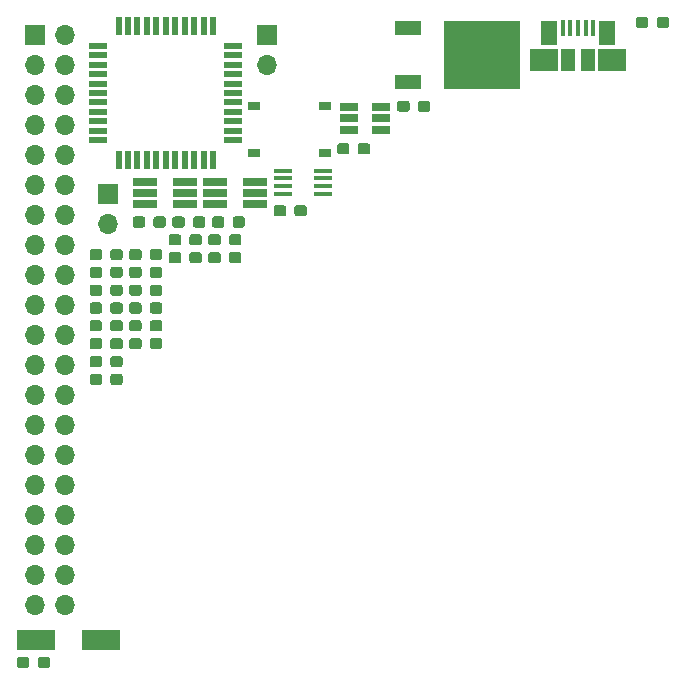
<source format=gbr>
G04 #@! TF.GenerationSoftware,KiCad,Pcbnew,5.0.2+dfsg1-1*
G04 #@! TF.CreationDate,2020-08-24T01:19:37-04:00*
G04 #@! TF.ProjectId,hardware,68617264-7761-4726-952e-6b696361645f,rev?*
G04 #@! TF.SameCoordinates,Original*
G04 #@! TF.FileFunction,Copper,L1,Top*
G04 #@! TF.FilePolarity,Positive*
%FSLAX46Y46*%
G04 Gerber Fmt 4.6, Leading zero omitted, Abs format (unit mm)*
G04 Created by KiCad (PCBNEW 5.0.2+dfsg1-1) date Mon 24 Aug 2020 01:19:37 AM EDT*
%MOMM*%
%LPD*%
G01*
G04 APERTURE LIST*
G04 #@! TA.AperFunction,ComponentPad*
%ADD10R,1.700000X1.700000*%
G04 #@! TD*
G04 #@! TA.AperFunction,ComponentPad*
%ADD11O,1.700000X1.700000*%
G04 #@! TD*
G04 #@! TA.AperFunction,Conductor*
%ADD12C,0.100000*%
G04 #@! TD*
G04 #@! TA.AperFunction,SMDPad,CuDef*
%ADD13C,0.950000*%
G04 #@! TD*
G04 #@! TA.AperFunction,SMDPad,CuDef*
%ADD14R,3.300000X1.700000*%
G04 #@! TD*
G04 #@! TA.AperFunction,SMDPad,CuDef*
%ADD15R,1.000000X0.700000*%
G04 #@! TD*
G04 #@! TA.AperFunction,SMDPad,CuDef*
%ADD16R,0.450000X1.380000*%
G04 #@! TD*
G04 #@! TA.AperFunction,SMDPad,CuDef*
%ADD17R,1.475000X2.100000*%
G04 #@! TD*
G04 #@! TA.AperFunction,SMDPad,CuDef*
%ADD18R,2.375000X1.900000*%
G04 #@! TD*
G04 #@! TA.AperFunction,SMDPad,CuDef*
%ADD19R,1.175000X1.900000*%
G04 #@! TD*
G04 #@! TA.AperFunction,SMDPad,CuDef*
%ADD20R,2.000000X0.650000*%
G04 #@! TD*
G04 #@! TA.AperFunction,SMDPad,CuDef*
%ADD21R,1.600000X0.300000*%
G04 #@! TD*
G04 #@! TA.AperFunction,SMDPad,CuDef*
%ADD22R,1.560000X0.650000*%
G04 #@! TD*
G04 #@! TA.AperFunction,SMDPad,CuDef*
%ADD23R,2.200000X1.200000*%
G04 #@! TD*
G04 #@! TA.AperFunction,SMDPad,CuDef*
%ADD24R,6.400000X5.800000*%
G04 #@! TD*
G04 #@! TA.AperFunction,SMDPad,CuDef*
%ADD25R,1.500000X0.550000*%
G04 #@! TD*
G04 #@! TA.AperFunction,SMDPad,CuDef*
%ADD26R,0.550000X1.500000*%
G04 #@! TD*
G04 APERTURE END LIST*
D10*
G04 #@! TO.P,BT1,1*
G04 #@! TO.N,BAT+*
X147205001Y-69135001D03*
D11*
G04 #@! TO.P,BT1,2*
G04 #@! TO.N,BAT-*
X147205001Y-71675001D03*
G04 #@! TD*
D12*
G04 #@! TO.N,Net-(C1-Pad1)*
G04 #@! TO.C,C1*
G36*
X133040780Y-94791145D02*
X133063835Y-94794564D01*
X133086444Y-94800228D01*
X133108388Y-94808080D01*
X133129458Y-94818045D01*
X133149449Y-94830027D01*
X133168169Y-94843911D01*
X133185439Y-94859563D01*
X133201091Y-94876833D01*
X133214975Y-94895553D01*
X133226957Y-94915544D01*
X133236922Y-94936614D01*
X133244774Y-94958558D01*
X133250438Y-94981167D01*
X133253857Y-95004222D01*
X133255001Y-95027501D01*
X133255001Y-95502501D01*
X133253857Y-95525780D01*
X133250438Y-95548835D01*
X133244774Y-95571444D01*
X133236922Y-95593388D01*
X133226957Y-95614458D01*
X133214975Y-95634449D01*
X133201091Y-95653169D01*
X133185439Y-95670439D01*
X133168169Y-95686091D01*
X133149449Y-95699975D01*
X133129458Y-95711957D01*
X133108388Y-95721922D01*
X133086444Y-95729774D01*
X133063835Y-95735438D01*
X133040780Y-95738857D01*
X133017501Y-95740001D01*
X132442501Y-95740001D01*
X132419222Y-95738857D01*
X132396167Y-95735438D01*
X132373558Y-95729774D01*
X132351614Y-95721922D01*
X132330544Y-95711957D01*
X132310553Y-95699975D01*
X132291833Y-95686091D01*
X132274563Y-95670439D01*
X132258911Y-95653169D01*
X132245027Y-95634449D01*
X132233045Y-95614458D01*
X132223080Y-95593388D01*
X132215228Y-95571444D01*
X132209564Y-95548835D01*
X132206145Y-95525780D01*
X132205001Y-95502501D01*
X132205001Y-95027501D01*
X132206145Y-95004222D01*
X132209564Y-94981167D01*
X132215228Y-94958558D01*
X132223080Y-94936614D01*
X132233045Y-94915544D01*
X132245027Y-94895553D01*
X132258911Y-94876833D01*
X132274563Y-94859563D01*
X132291833Y-94843911D01*
X132310553Y-94830027D01*
X132330544Y-94818045D01*
X132351614Y-94808080D01*
X132373558Y-94800228D01*
X132396167Y-94794564D01*
X132419222Y-94791145D01*
X132442501Y-94790001D01*
X133017501Y-94790001D01*
X133040780Y-94791145D01*
X133040780Y-94791145D01*
G37*
D13*
G04 #@! TD*
G04 #@! TO.P,C1,1*
G04 #@! TO.N,Net-(C1-Pad1)*
X132730001Y-95265001D03*
D12*
G04 #@! TO.N,BAT-*
G04 #@! TO.C,C1*
G36*
X134790780Y-94791145D02*
X134813835Y-94794564D01*
X134836444Y-94800228D01*
X134858388Y-94808080D01*
X134879458Y-94818045D01*
X134899449Y-94830027D01*
X134918169Y-94843911D01*
X134935439Y-94859563D01*
X134951091Y-94876833D01*
X134964975Y-94895553D01*
X134976957Y-94915544D01*
X134986922Y-94936614D01*
X134994774Y-94958558D01*
X135000438Y-94981167D01*
X135003857Y-95004222D01*
X135005001Y-95027501D01*
X135005001Y-95502501D01*
X135003857Y-95525780D01*
X135000438Y-95548835D01*
X134994774Y-95571444D01*
X134986922Y-95593388D01*
X134976957Y-95614458D01*
X134964975Y-95634449D01*
X134951091Y-95653169D01*
X134935439Y-95670439D01*
X134918169Y-95686091D01*
X134899449Y-95699975D01*
X134879458Y-95711957D01*
X134858388Y-95721922D01*
X134836444Y-95729774D01*
X134813835Y-95735438D01*
X134790780Y-95738857D01*
X134767501Y-95740001D01*
X134192501Y-95740001D01*
X134169222Y-95738857D01*
X134146167Y-95735438D01*
X134123558Y-95729774D01*
X134101614Y-95721922D01*
X134080544Y-95711957D01*
X134060553Y-95699975D01*
X134041833Y-95686091D01*
X134024563Y-95670439D01*
X134008911Y-95653169D01*
X133995027Y-95634449D01*
X133983045Y-95614458D01*
X133973080Y-95593388D01*
X133965228Y-95571444D01*
X133959564Y-95548835D01*
X133956145Y-95525780D01*
X133955001Y-95502501D01*
X133955001Y-95027501D01*
X133956145Y-95004222D01*
X133959564Y-94981167D01*
X133965228Y-94958558D01*
X133973080Y-94936614D01*
X133983045Y-94915544D01*
X133995027Y-94895553D01*
X134008911Y-94876833D01*
X134024563Y-94859563D01*
X134041833Y-94843911D01*
X134060553Y-94830027D01*
X134080544Y-94818045D01*
X134101614Y-94808080D01*
X134123558Y-94800228D01*
X134146167Y-94794564D01*
X134169222Y-94791145D01*
X134192501Y-94790001D01*
X134767501Y-94790001D01*
X134790780Y-94791145D01*
X134790780Y-94791145D01*
G37*
D13*
G04 #@! TD*
G04 #@! TO.P,C1,2*
G04 #@! TO.N,BAT-*
X134480001Y-95265001D03*
D12*
G04 #@! TO.N,BP_VDD*
G04 #@! TO.C,C2*
G36*
X133040780Y-93281145D02*
X133063835Y-93284564D01*
X133086444Y-93290228D01*
X133108388Y-93298080D01*
X133129458Y-93308045D01*
X133149449Y-93320027D01*
X133168169Y-93333911D01*
X133185439Y-93349563D01*
X133201091Y-93366833D01*
X133214975Y-93385553D01*
X133226957Y-93405544D01*
X133236922Y-93426614D01*
X133244774Y-93448558D01*
X133250438Y-93471167D01*
X133253857Y-93494222D01*
X133255001Y-93517501D01*
X133255001Y-93992501D01*
X133253857Y-94015780D01*
X133250438Y-94038835D01*
X133244774Y-94061444D01*
X133236922Y-94083388D01*
X133226957Y-94104458D01*
X133214975Y-94124449D01*
X133201091Y-94143169D01*
X133185439Y-94160439D01*
X133168169Y-94176091D01*
X133149449Y-94189975D01*
X133129458Y-94201957D01*
X133108388Y-94211922D01*
X133086444Y-94219774D01*
X133063835Y-94225438D01*
X133040780Y-94228857D01*
X133017501Y-94230001D01*
X132442501Y-94230001D01*
X132419222Y-94228857D01*
X132396167Y-94225438D01*
X132373558Y-94219774D01*
X132351614Y-94211922D01*
X132330544Y-94201957D01*
X132310553Y-94189975D01*
X132291833Y-94176091D01*
X132274563Y-94160439D01*
X132258911Y-94143169D01*
X132245027Y-94124449D01*
X132233045Y-94104458D01*
X132223080Y-94083388D01*
X132215228Y-94061444D01*
X132209564Y-94038835D01*
X132206145Y-94015780D01*
X132205001Y-93992501D01*
X132205001Y-93517501D01*
X132206145Y-93494222D01*
X132209564Y-93471167D01*
X132215228Y-93448558D01*
X132223080Y-93426614D01*
X132233045Y-93405544D01*
X132245027Y-93385553D01*
X132258911Y-93366833D01*
X132274563Y-93349563D01*
X132291833Y-93333911D01*
X132310553Y-93320027D01*
X132330544Y-93308045D01*
X132351614Y-93298080D01*
X132373558Y-93290228D01*
X132396167Y-93284564D01*
X132419222Y-93281145D01*
X132442501Y-93280001D01*
X133017501Y-93280001D01*
X133040780Y-93281145D01*
X133040780Y-93281145D01*
G37*
D13*
G04 #@! TD*
G04 #@! TO.P,C2,1*
G04 #@! TO.N,BP_VDD*
X132730001Y-93755001D03*
D12*
G04 #@! TO.N,BAT-*
G04 #@! TO.C,C2*
G36*
X134790780Y-93281145D02*
X134813835Y-93284564D01*
X134836444Y-93290228D01*
X134858388Y-93298080D01*
X134879458Y-93308045D01*
X134899449Y-93320027D01*
X134918169Y-93333911D01*
X134935439Y-93349563D01*
X134951091Y-93366833D01*
X134964975Y-93385553D01*
X134976957Y-93405544D01*
X134986922Y-93426614D01*
X134994774Y-93448558D01*
X135000438Y-93471167D01*
X135003857Y-93494222D01*
X135005001Y-93517501D01*
X135005001Y-93992501D01*
X135003857Y-94015780D01*
X135000438Y-94038835D01*
X134994774Y-94061444D01*
X134986922Y-94083388D01*
X134976957Y-94104458D01*
X134964975Y-94124449D01*
X134951091Y-94143169D01*
X134935439Y-94160439D01*
X134918169Y-94176091D01*
X134899449Y-94189975D01*
X134879458Y-94201957D01*
X134858388Y-94211922D01*
X134836444Y-94219774D01*
X134813835Y-94225438D01*
X134790780Y-94228857D01*
X134767501Y-94230001D01*
X134192501Y-94230001D01*
X134169222Y-94228857D01*
X134146167Y-94225438D01*
X134123558Y-94219774D01*
X134101614Y-94211922D01*
X134080544Y-94201957D01*
X134060553Y-94189975D01*
X134041833Y-94176091D01*
X134024563Y-94160439D01*
X134008911Y-94143169D01*
X133995027Y-94124449D01*
X133983045Y-94104458D01*
X133973080Y-94083388D01*
X133965228Y-94061444D01*
X133959564Y-94038835D01*
X133956145Y-94015780D01*
X133955001Y-93992501D01*
X133955001Y-93517501D01*
X133956145Y-93494222D01*
X133959564Y-93471167D01*
X133965228Y-93448558D01*
X133973080Y-93426614D01*
X133983045Y-93405544D01*
X133995027Y-93385553D01*
X134008911Y-93366833D01*
X134024563Y-93349563D01*
X134041833Y-93333911D01*
X134060553Y-93320027D01*
X134080544Y-93308045D01*
X134101614Y-93298080D01*
X134123558Y-93290228D01*
X134146167Y-93284564D01*
X134169222Y-93281145D01*
X134192501Y-93280001D01*
X134767501Y-93280001D01*
X134790780Y-93281145D01*
X134790780Y-93281145D01*
G37*
D13*
G04 #@! TD*
G04 #@! TO.P,C2,2*
G04 #@! TO.N,BAT-*
X134480001Y-93755001D03*
D12*
G04 #@! TO.N,BAT-*
G04 #@! TO.C,C3*
G36*
X148630780Y-83541145D02*
X148653835Y-83544564D01*
X148676444Y-83550228D01*
X148698388Y-83558080D01*
X148719458Y-83568045D01*
X148739449Y-83580027D01*
X148758169Y-83593911D01*
X148775439Y-83609563D01*
X148791091Y-83626833D01*
X148804975Y-83645553D01*
X148816957Y-83665544D01*
X148826922Y-83686614D01*
X148834774Y-83708558D01*
X148840438Y-83731167D01*
X148843857Y-83754222D01*
X148845001Y-83777501D01*
X148845001Y-84252501D01*
X148843857Y-84275780D01*
X148840438Y-84298835D01*
X148834774Y-84321444D01*
X148826922Y-84343388D01*
X148816957Y-84364458D01*
X148804975Y-84384449D01*
X148791091Y-84403169D01*
X148775439Y-84420439D01*
X148758169Y-84436091D01*
X148739449Y-84449975D01*
X148719458Y-84461957D01*
X148698388Y-84471922D01*
X148676444Y-84479774D01*
X148653835Y-84485438D01*
X148630780Y-84488857D01*
X148607501Y-84490001D01*
X148032501Y-84490001D01*
X148009222Y-84488857D01*
X147986167Y-84485438D01*
X147963558Y-84479774D01*
X147941614Y-84471922D01*
X147920544Y-84461957D01*
X147900553Y-84449975D01*
X147881833Y-84436091D01*
X147864563Y-84420439D01*
X147848911Y-84403169D01*
X147835027Y-84384449D01*
X147823045Y-84364458D01*
X147813080Y-84343388D01*
X147805228Y-84321444D01*
X147799564Y-84298835D01*
X147796145Y-84275780D01*
X147795001Y-84252501D01*
X147795001Y-83777501D01*
X147796145Y-83754222D01*
X147799564Y-83731167D01*
X147805228Y-83708558D01*
X147813080Y-83686614D01*
X147823045Y-83665544D01*
X147835027Y-83645553D01*
X147848911Y-83626833D01*
X147864563Y-83609563D01*
X147881833Y-83593911D01*
X147900553Y-83580027D01*
X147920544Y-83568045D01*
X147941614Y-83558080D01*
X147963558Y-83550228D01*
X147986167Y-83544564D01*
X148009222Y-83541145D01*
X148032501Y-83540001D01*
X148607501Y-83540001D01*
X148630780Y-83541145D01*
X148630780Y-83541145D01*
G37*
D13*
G04 #@! TD*
G04 #@! TO.P,C3,1*
G04 #@! TO.N,BAT-*
X148320001Y-84015001D03*
D12*
G04 #@! TO.N,USB_VBUS*
G04 #@! TO.C,C3*
G36*
X150380780Y-83541145D02*
X150403835Y-83544564D01*
X150426444Y-83550228D01*
X150448388Y-83558080D01*
X150469458Y-83568045D01*
X150489449Y-83580027D01*
X150508169Y-83593911D01*
X150525439Y-83609563D01*
X150541091Y-83626833D01*
X150554975Y-83645553D01*
X150566957Y-83665544D01*
X150576922Y-83686614D01*
X150584774Y-83708558D01*
X150590438Y-83731167D01*
X150593857Y-83754222D01*
X150595001Y-83777501D01*
X150595001Y-84252501D01*
X150593857Y-84275780D01*
X150590438Y-84298835D01*
X150584774Y-84321444D01*
X150576922Y-84343388D01*
X150566957Y-84364458D01*
X150554975Y-84384449D01*
X150541091Y-84403169D01*
X150525439Y-84420439D01*
X150508169Y-84436091D01*
X150489449Y-84449975D01*
X150469458Y-84461957D01*
X150448388Y-84471922D01*
X150426444Y-84479774D01*
X150403835Y-84485438D01*
X150380780Y-84488857D01*
X150357501Y-84490001D01*
X149782501Y-84490001D01*
X149759222Y-84488857D01*
X149736167Y-84485438D01*
X149713558Y-84479774D01*
X149691614Y-84471922D01*
X149670544Y-84461957D01*
X149650553Y-84449975D01*
X149631833Y-84436091D01*
X149614563Y-84420439D01*
X149598911Y-84403169D01*
X149585027Y-84384449D01*
X149573045Y-84364458D01*
X149563080Y-84343388D01*
X149555228Y-84321444D01*
X149549564Y-84298835D01*
X149546145Y-84275780D01*
X149545001Y-84252501D01*
X149545001Y-83777501D01*
X149546145Y-83754222D01*
X149549564Y-83731167D01*
X149555228Y-83708558D01*
X149563080Y-83686614D01*
X149573045Y-83665544D01*
X149585027Y-83645553D01*
X149598911Y-83626833D01*
X149614563Y-83609563D01*
X149631833Y-83593911D01*
X149650553Y-83580027D01*
X149670544Y-83568045D01*
X149691614Y-83558080D01*
X149713558Y-83550228D01*
X149736167Y-83544564D01*
X149759222Y-83541145D01*
X149782501Y-83540001D01*
X150357501Y-83540001D01*
X150380780Y-83541145D01*
X150380780Y-83541145D01*
G37*
D13*
G04 #@! TD*
G04 #@! TO.P,C3,2*
G04 #@! TO.N,USB_VBUS*
X150070001Y-84015001D03*
D12*
G04 #@! TO.N,BAT-*
G04 #@! TO.C,C4*
G36*
X134790780Y-91771145D02*
X134813835Y-91774564D01*
X134836444Y-91780228D01*
X134858388Y-91788080D01*
X134879458Y-91798045D01*
X134899449Y-91810027D01*
X134918169Y-91823911D01*
X134935439Y-91839563D01*
X134951091Y-91856833D01*
X134964975Y-91875553D01*
X134976957Y-91895544D01*
X134986922Y-91916614D01*
X134994774Y-91938558D01*
X135000438Y-91961167D01*
X135003857Y-91984222D01*
X135005001Y-92007501D01*
X135005001Y-92482501D01*
X135003857Y-92505780D01*
X135000438Y-92528835D01*
X134994774Y-92551444D01*
X134986922Y-92573388D01*
X134976957Y-92594458D01*
X134964975Y-92614449D01*
X134951091Y-92633169D01*
X134935439Y-92650439D01*
X134918169Y-92666091D01*
X134899449Y-92679975D01*
X134879458Y-92691957D01*
X134858388Y-92701922D01*
X134836444Y-92709774D01*
X134813835Y-92715438D01*
X134790780Y-92718857D01*
X134767501Y-92720001D01*
X134192501Y-92720001D01*
X134169222Y-92718857D01*
X134146167Y-92715438D01*
X134123558Y-92709774D01*
X134101614Y-92701922D01*
X134080544Y-92691957D01*
X134060553Y-92679975D01*
X134041833Y-92666091D01*
X134024563Y-92650439D01*
X134008911Y-92633169D01*
X133995027Y-92614449D01*
X133983045Y-92594458D01*
X133973080Y-92573388D01*
X133965228Y-92551444D01*
X133959564Y-92528835D01*
X133956145Y-92505780D01*
X133955001Y-92482501D01*
X133955001Y-92007501D01*
X133956145Y-91984222D01*
X133959564Y-91961167D01*
X133965228Y-91938558D01*
X133973080Y-91916614D01*
X133983045Y-91895544D01*
X133995027Y-91875553D01*
X134008911Y-91856833D01*
X134024563Y-91839563D01*
X134041833Y-91823911D01*
X134060553Y-91810027D01*
X134080544Y-91798045D01*
X134101614Y-91788080D01*
X134123558Y-91780228D01*
X134146167Y-91774564D01*
X134169222Y-91771145D01*
X134192501Y-91770001D01*
X134767501Y-91770001D01*
X134790780Y-91771145D01*
X134790780Y-91771145D01*
G37*
D13*
G04 #@! TD*
G04 #@! TO.P,C4,2*
G04 #@! TO.N,BAT-*
X134480001Y-92245001D03*
D12*
G04 #@! TO.N,BP_VDD*
G04 #@! TO.C,C4*
G36*
X133040780Y-91771145D02*
X133063835Y-91774564D01*
X133086444Y-91780228D01*
X133108388Y-91788080D01*
X133129458Y-91798045D01*
X133149449Y-91810027D01*
X133168169Y-91823911D01*
X133185439Y-91839563D01*
X133201091Y-91856833D01*
X133214975Y-91875553D01*
X133226957Y-91895544D01*
X133236922Y-91916614D01*
X133244774Y-91938558D01*
X133250438Y-91961167D01*
X133253857Y-91984222D01*
X133255001Y-92007501D01*
X133255001Y-92482501D01*
X133253857Y-92505780D01*
X133250438Y-92528835D01*
X133244774Y-92551444D01*
X133236922Y-92573388D01*
X133226957Y-92594458D01*
X133214975Y-92614449D01*
X133201091Y-92633169D01*
X133185439Y-92650439D01*
X133168169Y-92666091D01*
X133149449Y-92679975D01*
X133129458Y-92691957D01*
X133108388Y-92701922D01*
X133086444Y-92709774D01*
X133063835Y-92715438D01*
X133040780Y-92718857D01*
X133017501Y-92720001D01*
X132442501Y-92720001D01*
X132419222Y-92718857D01*
X132396167Y-92715438D01*
X132373558Y-92709774D01*
X132351614Y-92701922D01*
X132330544Y-92691957D01*
X132310553Y-92679975D01*
X132291833Y-92666091D01*
X132274563Y-92650439D01*
X132258911Y-92633169D01*
X132245027Y-92614449D01*
X132233045Y-92594458D01*
X132223080Y-92573388D01*
X132215228Y-92551444D01*
X132209564Y-92528835D01*
X132206145Y-92505780D01*
X132205001Y-92482501D01*
X132205001Y-92007501D01*
X132206145Y-91984222D01*
X132209564Y-91961167D01*
X132215228Y-91938558D01*
X132223080Y-91916614D01*
X132233045Y-91895544D01*
X132245027Y-91875553D01*
X132258911Y-91856833D01*
X132274563Y-91839563D01*
X132291833Y-91823911D01*
X132310553Y-91810027D01*
X132330544Y-91798045D01*
X132351614Y-91788080D01*
X132373558Y-91780228D01*
X132396167Y-91774564D01*
X132419222Y-91771145D01*
X132442501Y-91770001D01*
X133017501Y-91770001D01*
X133040780Y-91771145D01*
X133040780Y-91771145D01*
G37*
D13*
G04 #@! TD*
G04 #@! TO.P,C4,1*
G04 #@! TO.N,BP_VDD*
X132730001Y-92245001D03*
D12*
G04 #@! TO.N,BAT-*
G04 #@! TO.C,C5*
G36*
X138140780Y-90261145D02*
X138163835Y-90264564D01*
X138186444Y-90270228D01*
X138208388Y-90278080D01*
X138229458Y-90288045D01*
X138249449Y-90300027D01*
X138268169Y-90313911D01*
X138285439Y-90329563D01*
X138301091Y-90346833D01*
X138314975Y-90365553D01*
X138326957Y-90385544D01*
X138336922Y-90406614D01*
X138344774Y-90428558D01*
X138350438Y-90451167D01*
X138353857Y-90474222D01*
X138355001Y-90497501D01*
X138355001Y-90972501D01*
X138353857Y-90995780D01*
X138350438Y-91018835D01*
X138344774Y-91041444D01*
X138336922Y-91063388D01*
X138326957Y-91084458D01*
X138314975Y-91104449D01*
X138301091Y-91123169D01*
X138285439Y-91140439D01*
X138268169Y-91156091D01*
X138249449Y-91169975D01*
X138229458Y-91181957D01*
X138208388Y-91191922D01*
X138186444Y-91199774D01*
X138163835Y-91205438D01*
X138140780Y-91208857D01*
X138117501Y-91210001D01*
X137542501Y-91210001D01*
X137519222Y-91208857D01*
X137496167Y-91205438D01*
X137473558Y-91199774D01*
X137451614Y-91191922D01*
X137430544Y-91181957D01*
X137410553Y-91169975D01*
X137391833Y-91156091D01*
X137374563Y-91140439D01*
X137358911Y-91123169D01*
X137345027Y-91104449D01*
X137333045Y-91084458D01*
X137323080Y-91063388D01*
X137315228Y-91041444D01*
X137309564Y-91018835D01*
X137306145Y-90995780D01*
X137305001Y-90972501D01*
X137305001Y-90497501D01*
X137306145Y-90474222D01*
X137309564Y-90451167D01*
X137315228Y-90428558D01*
X137323080Y-90406614D01*
X137333045Y-90385544D01*
X137345027Y-90365553D01*
X137358911Y-90346833D01*
X137374563Y-90329563D01*
X137391833Y-90313911D01*
X137410553Y-90300027D01*
X137430544Y-90288045D01*
X137451614Y-90278080D01*
X137473558Y-90270228D01*
X137496167Y-90264564D01*
X137519222Y-90261145D01*
X137542501Y-90260001D01*
X138117501Y-90260001D01*
X138140780Y-90261145D01*
X138140780Y-90261145D01*
G37*
D13*
G04 #@! TD*
G04 #@! TO.P,C5,2*
G04 #@! TO.N,BAT-*
X137830001Y-90735001D03*
D12*
G04 #@! TO.N,BP_VDD*
G04 #@! TO.C,C5*
G36*
X136390780Y-90261145D02*
X136413835Y-90264564D01*
X136436444Y-90270228D01*
X136458388Y-90278080D01*
X136479458Y-90288045D01*
X136499449Y-90300027D01*
X136518169Y-90313911D01*
X136535439Y-90329563D01*
X136551091Y-90346833D01*
X136564975Y-90365553D01*
X136576957Y-90385544D01*
X136586922Y-90406614D01*
X136594774Y-90428558D01*
X136600438Y-90451167D01*
X136603857Y-90474222D01*
X136605001Y-90497501D01*
X136605001Y-90972501D01*
X136603857Y-90995780D01*
X136600438Y-91018835D01*
X136594774Y-91041444D01*
X136586922Y-91063388D01*
X136576957Y-91084458D01*
X136564975Y-91104449D01*
X136551091Y-91123169D01*
X136535439Y-91140439D01*
X136518169Y-91156091D01*
X136499449Y-91169975D01*
X136479458Y-91181957D01*
X136458388Y-91191922D01*
X136436444Y-91199774D01*
X136413835Y-91205438D01*
X136390780Y-91208857D01*
X136367501Y-91210001D01*
X135792501Y-91210001D01*
X135769222Y-91208857D01*
X135746167Y-91205438D01*
X135723558Y-91199774D01*
X135701614Y-91191922D01*
X135680544Y-91181957D01*
X135660553Y-91169975D01*
X135641833Y-91156091D01*
X135624563Y-91140439D01*
X135608911Y-91123169D01*
X135595027Y-91104449D01*
X135583045Y-91084458D01*
X135573080Y-91063388D01*
X135565228Y-91041444D01*
X135559564Y-91018835D01*
X135556145Y-90995780D01*
X135555001Y-90972501D01*
X135555001Y-90497501D01*
X135556145Y-90474222D01*
X135559564Y-90451167D01*
X135565228Y-90428558D01*
X135573080Y-90406614D01*
X135583045Y-90385544D01*
X135595027Y-90365553D01*
X135608911Y-90346833D01*
X135624563Y-90329563D01*
X135641833Y-90313911D01*
X135660553Y-90300027D01*
X135680544Y-90288045D01*
X135701614Y-90278080D01*
X135723558Y-90270228D01*
X135746167Y-90264564D01*
X135769222Y-90261145D01*
X135792501Y-90260001D01*
X136367501Y-90260001D01*
X136390780Y-90261145D01*
X136390780Y-90261145D01*
G37*
D13*
G04 #@! TD*
G04 #@! TO.P,C5,1*
G04 #@! TO.N,BP_VDD*
X136080001Y-90735001D03*
D12*
G04 #@! TO.N,BAT-*
G04 #@! TO.C,C6*
G36*
X155740780Y-78291145D02*
X155763835Y-78294564D01*
X155786444Y-78300228D01*
X155808388Y-78308080D01*
X155829458Y-78318045D01*
X155849449Y-78330027D01*
X155868169Y-78343911D01*
X155885439Y-78359563D01*
X155901091Y-78376833D01*
X155914975Y-78395553D01*
X155926957Y-78415544D01*
X155936922Y-78436614D01*
X155944774Y-78458558D01*
X155950438Y-78481167D01*
X155953857Y-78504222D01*
X155955001Y-78527501D01*
X155955001Y-79002501D01*
X155953857Y-79025780D01*
X155950438Y-79048835D01*
X155944774Y-79071444D01*
X155936922Y-79093388D01*
X155926957Y-79114458D01*
X155914975Y-79134449D01*
X155901091Y-79153169D01*
X155885439Y-79170439D01*
X155868169Y-79186091D01*
X155849449Y-79199975D01*
X155829458Y-79211957D01*
X155808388Y-79221922D01*
X155786444Y-79229774D01*
X155763835Y-79235438D01*
X155740780Y-79238857D01*
X155717501Y-79240001D01*
X155142501Y-79240001D01*
X155119222Y-79238857D01*
X155096167Y-79235438D01*
X155073558Y-79229774D01*
X155051614Y-79221922D01*
X155030544Y-79211957D01*
X155010553Y-79199975D01*
X154991833Y-79186091D01*
X154974563Y-79170439D01*
X154958911Y-79153169D01*
X154945027Y-79134449D01*
X154933045Y-79114458D01*
X154923080Y-79093388D01*
X154915228Y-79071444D01*
X154909564Y-79048835D01*
X154906145Y-79025780D01*
X154905001Y-79002501D01*
X154905001Y-78527501D01*
X154906145Y-78504222D01*
X154909564Y-78481167D01*
X154915228Y-78458558D01*
X154923080Y-78436614D01*
X154933045Y-78415544D01*
X154945027Y-78395553D01*
X154958911Y-78376833D01*
X154974563Y-78359563D01*
X154991833Y-78343911D01*
X155010553Y-78330027D01*
X155030544Y-78318045D01*
X155051614Y-78308080D01*
X155073558Y-78300228D01*
X155096167Y-78294564D01*
X155119222Y-78291145D01*
X155142501Y-78290001D01*
X155717501Y-78290001D01*
X155740780Y-78291145D01*
X155740780Y-78291145D01*
G37*
D13*
G04 #@! TD*
G04 #@! TO.P,C6,2*
G04 #@! TO.N,BAT-*
X155430001Y-78765001D03*
D12*
G04 #@! TO.N,VDD*
G04 #@! TO.C,C6*
G36*
X153990780Y-78291145D02*
X154013835Y-78294564D01*
X154036444Y-78300228D01*
X154058388Y-78308080D01*
X154079458Y-78318045D01*
X154099449Y-78330027D01*
X154118169Y-78343911D01*
X154135439Y-78359563D01*
X154151091Y-78376833D01*
X154164975Y-78395553D01*
X154176957Y-78415544D01*
X154186922Y-78436614D01*
X154194774Y-78458558D01*
X154200438Y-78481167D01*
X154203857Y-78504222D01*
X154205001Y-78527501D01*
X154205001Y-79002501D01*
X154203857Y-79025780D01*
X154200438Y-79048835D01*
X154194774Y-79071444D01*
X154186922Y-79093388D01*
X154176957Y-79114458D01*
X154164975Y-79134449D01*
X154151091Y-79153169D01*
X154135439Y-79170439D01*
X154118169Y-79186091D01*
X154099449Y-79199975D01*
X154079458Y-79211957D01*
X154058388Y-79221922D01*
X154036444Y-79229774D01*
X154013835Y-79235438D01*
X153990780Y-79238857D01*
X153967501Y-79240001D01*
X153392501Y-79240001D01*
X153369222Y-79238857D01*
X153346167Y-79235438D01*
X153323558Y-79229774D01*
X153301614Y-79221922D01*
X153280544Y-79211957D01*
X153260553Y-79199975D01*
X153241833Y-79186091D01*
X153224563Y-79170439D01*
X153208911Y-79153169D01*
X153195027Y-79134449D01*
X153183045Y-79114458D01*
X153173080Y-79093388D01*
X153165228Y-79071444D01*
X153159564Y-79048835D01*
X153156145Y-79025780D01*
X153155001Y-79002501D01*
X153155001Y-78527501D01*
X153156145Y-78504222D01*
X153159564Y-78481167D01*
X153165228Y-78458558D01*
X153173080Y-78436614D01*
X153183045Y-78415544D01*
X153195027Y-78395553D01*
X153208911Y-78376833D01*
X153224563Y-78359563D01*
X153241833Y-78343911D01*
X153260553Y-78330027D01*
X153280544Y-78318045D01*
X153301614Y-78308080D01*
X153323558Y-78300228D01*
X153346167Y-78294564D01*
X153369222Y-78291145D01*
X153392501Y-78290001D01*
X153967501Y-78290001D01*
X153990780Y-78291145D01*
X153990780Y-78291145D01*
G37*
D13*
G04 #@! TD*
G04 #@! TO.P,C6,1*
G04 #@! TO.N,VDD*
X153680001Y-78765001D03*
D12*
G04 #@! TO.N,VDD*
G04 #@! TO.C,C7*
G36*
X136690780Y-84491145D02*
X136713835Y-84494564D01*
X136736444Y-84500228D01*
X136758388Y-84508080D01*
X136779458Y-84518045D01*
X136799449Y-84530027D01*
X136818169Y-84543911D01*
X136835439Y-84559563D01*
X136851091Y-84576833D01*
X136864975Y-84595553D01*
X136876957Y-84615544D01*
X136886922Y-84636614D01*
X136894774Y-84658558D01*
X136900438Y-84681167D01*
X136903857Y-84704222D01*
X136905001Y-84727501D01*
X136905001Y-85202501D01*
X136903857Y-85225780D01*
X136900438Y-85248835D01*
X136894774Y-85271444D01*
X136886922Y-85293388D01*
X136876957Y-85314458D01*
X136864975Y-85334449D01*
X136851091Y-85353169D01*
X136835439Y-85370439D01*
X136818169Y-85386091D01*
X136799449Y-85399975D01*
X136779458Y-85411957D01*
X136758388Y-85421922D01*
X136736444Y-85429774D01*
X136713835Y-85435438D01*
X136690780Y-85438857D01*
X136667501Y-85440001D01*
X136092501Y-85440001D01*
X136069222Y-85438857D01*
X136046167Y-85435438D01*
X136023558Y-85429774D01*
X136001614Y-85421922D01*
X135980544Y-85411957D01*
X135960553Y-85399975D01*
X135941833Y-85386091D01*
X135924563Y-85370439D01*
X135908911Y-85353169D01*
X135895027Y-85334449D01*
X135883045Y-85314458D01*
X135873080Y-85293388D01*
X135865228Y-85271444D01*
X135859564Y-85248835D01*
X135856145Y-85225780D01*
X135855001Y-85202501D01*
X135855001Y-84727501D01*
X135856145Y-84704222D01*
X135859564Y-84681167D01*
X135865228Y-84658558D01*
X135873080Y-84636614D01*
X135883045Y-84615544D01*
X135895027Y-84595553D01*
X135908911Y-84576833D01*
X135924563Y-84559563D01*
X135941833Y-84543911D01*
X135960553Y-84530027D01*
X135980544Y-84518045D01*
X136001614Y-84508080D01*
X136023558Y-84500228D01*
X136046167Y-84494564D01*
X136069222Y-84491145D01*
X136092501Y-84490001D01*
X136667501Y-84490001D01*
X136690780Y-84491145D01*
X136690780Y-84491145D01*
G37*
D13*
G04 #@! TD*
G04 #@! TO.P,C7,1*
G04 #@! TO.N,VDD*
X136380001Y-84965001D03*
D12*
G04 #@! TO.N,BAT-*
G04 #@! TO.C,C7*
G36*
X138440780Y-84491145D02*
X138463835Y-84494564D01*
X138486444Y-84500228D01*
X138508388Y-84508080D01*
X138529458Y-84518045D01*
X138549449Y-84530027D01*
X138568169Y-84543911D01*
X138585439Y-84559563D01*
X138601091Y-84576833D01*
X138614975Y-84595553D01*
X138626957Y-84615544D01*
X138636922Y-84636614D01*
X138644774Y-84658558D01*
X138650438Y-84681167D01*
X138653857Y-84704222D01*
X138655001Y-84727501D01*
X138655001Y-85202501D01*
X138653857Y-85225780D01*
X138650438Y-85248835D01*
X138644774Y-85271444D01*
X138636922Y-85293388D01*
X138626957Y-85314458D01*
X138614975Y-85334449D01*
X138601091Y-85353169D01*
X138585439Y-85370439D01*
X138568169Y-85386091D01*
X138549449Y-85399975D01*
X138529458Y-85411957D01*
X138508388Y-85421922D01*
X138486444Y-85429774D01*
X138463835Y-85435438D01*
X138440780Y-85438857D01*
X138417501Y-85440001D01*
X137842501Y-85440001D01*
X137819222Y-85438857D01*
X137796167Y-85435438D01*
X137773558Y-85429774D01*
X137751614Y-85421922D01*
X137730544Y-85411957D01*
X137710553Y-85399975D01*
X137691833Y-85386091D01*
X137674563Y-85370439D01*
X137658911Y-85353169D01*
X137645027Y-85334449D01*
X137633045Y-85314458D01*
X137623080Y-85293388D01*
X137615228Y-85271444D01*
X137609564Y-85248835D01*
X137606145Y-85225780D01*
X137605001Y-85202501D01*
X137605001Y-84727501D01*
X137606145Y-84704222D01*
X137609564Y-84681167D01*
X137615228Y-84658558D01*
X137623080Y-84636614D01*
X137633045Y-84615544D01*
X137645027Y-84595553D01*
X137658911Y-84576833D01*
X137674563Y-84559563D01*
X137691833Y-84543911D01*
X137710553Y-84530027D01*
X137730544Y-84518045D01*
X137751614Y-84508080D01*
X137773558Y-84500228D01*
X137796167Y-84494564D01*
X137819222Y-84491145D01*
X137842501Y-84490001D01*
X138417501Y-84490001D01*
X138440780Y-84491145D01*
X138440780Y-84491145D01*
G37*
D13*
G04 #@! TD*
G04 #@! TO.P,C7,2*
G04 #@! TO.N,BAT-*
X138130001Y-84965001D03*
D12*
G04 #@! TO.N,BAT-*
G04 #@! TO.C,C8*
G36*
X134790780Y-87241145D02*
X134813835Y-87244564D01*
X134836444Y-87250228D01*
X134858388Y-87258080D01*
X134879458Y-87268045D01*
X134899449Y-87280027D01*
X134918169Y-87293911D01*
X134935439Y-87309563D01*
X134951091Y-87326833D01*
X134964975Y-87345553D01*
X134976957Y-87365544D01*
X134986922Y-87386614D01*
X134994774Y-87408558D01*
X135000438Y-87431167D01*
X135003857Y-87454222D01*
X135005001Y-87477501D01*
X135005001Y-87952501D01*
X135003857Y-87975780D01*
X135000438Y-87998835D01*
X134994774Y-88021444D01*
X134986922Y-88043388D01*
X134976957Y-88064458D01*
X134964975Y-88084449D01*
X134951091Y-88103169D01*
X134935439Y-88120439D01*
X134918169Y-88136091D01*
X134899449Y-88149975D01*
X134879458Y-88161957D01*
X134858388Y-88171922D01*
X134836444Y-88179774D01*
X134813835Y-88185438D01*
X134790780Y-88188857D01*
X134767501Y-88190001D01*
X134192501Y-88190001D01*
X134169222Y-88188857D01*
X134146167Y-88185438D01*
X134123558Y-88179774D01*
X134101614Y-88171922D01*
X134080544Y-88161957D01*
X134060553Y-88149975D01*
X134041833Y-88136091D01*
X134024563Y-88120439D01*
X134008911Y-88103169D01*
X133995027Y-88084449D01*
X133983045Y-88064458D01*
X133973080Y-88043388D01*
X133965228Y-88021444D01*
X133959564Y-87998835D01*
X133956145Y-87975780D01*
X133955001Y-87952501D01*
X133955001Y-87477501D01*
X133956145Y-87454222D01*
X133959564Y-87431167D01*
X133965228Y-87408558D01*
X133973080Y-87386614D01*
X133983045Y-87365544D01*
X133995027Y-87345553D01*
X134008911Y-87326833D01*
X134024563Y-87309563D01*
X134041833Y-87293911D01*
X134060553Y-87280027D01*
X134080544Y-87268045D01*
X134101614Y-87258080D01*
X134123558Y-87250228D01*
X134146167Y-87244564D01*
X134169222Y-87241145D01*
X134192501Y-87240001D01*
X134767501Y-87240001D01*
X134790780Y-87241145D01*
X134790780Y-87241145D01*
G37*
D13*
G04 #@! TD*
G04 #@! TO.P,C8,2*
G04 #@! TO.N,BAT-*
X134480001Y-87715001D03*
D12*
G04 #@! TO.N,VDD*
G04 #@! TO.C,C8*
G36*
X133040780Y-87241145D02*
X133063835Y-87244564D01*
X133086444Y-87250228D01*
X133108388Y-87258080D01*
X133129458Y-87268045D01*
X133149449Y-87280027D01*
X133168169Y-87293911D01*
X133185439Y-87309563D01*
X133201091Y-87326833D01*
X133214975Y-87345553D01*
X133226957Y-87365544D01*
X133236922Y-87386614D01*
X133244774Y-87408558D01*
X133250438Y-87431167D01*
X133253857Y-87454222D01*
X133255001Y-87477501D01*
X133255001Y-87952501D01*
X133253857Y-87975780D01*
X133250438Y-87998835D01*
X133244774Y-88021444D01*
X133236922Y-88043388D01*
X133226957Y-88064458D01*
X133214975Y-88084449D01*
X133201091Y-88103169D01*
X133185439Y-88120439D01*
X133168169Y-88136091D01*
X133149449Y-88149975D01*
X133129458Y-88161957D01*
X133108388Y-88171922D01*
X133086444Y-88179774D01*
X133063835Y-88185438D01*
X133040780Y-88188857D01*
X133017501Y-88190001D01*
X132442501Y-88190001D01*
X132419222Y-88188857D01*
X132396167Y-88185438D01*
X132373558Y-88179774D01*
X132351614Y-88171922D01*
X132330544Y-88161957D01*
X132310553Y-88149975D01*
X132291833Y-88136091D01*
X132274563Y-88120439D01*
X132258911Y-88103169D01*
X132245027Y-88084449D01*
X132233045Y-88064458D01*
X132223080Y-88043388D01*
X132215228Y-88021444D01*
X132209564Y-87998835D01*
X132206145Y-87975780D01*
X132205001Y-87952501D01*
X132205001Y-87477501D01*
X132206145Y-87454222D01*
X132209564Y-87431167D01*
X132215228Y-87408558D01*
X132223080Y-87386614D01*
X132233045Y-87365544D01*
X132245027Y-87345553D01*
X132258911Y-87326833D01*
X132274563Y-87309563D01*
X132291833Y-87293911D01*
X132310553Y-87280027D01*
X132330544Y-87268045D01*
X132351614Y-87258080D01*
X132373558Y-87250228D01*
X132396167Y-87244564D01*
X132419222Y-87241145D01*
X132442501Y-87240001D01*
X133017501Y-87240001D01*
X133040780Y-87241145D01*
X133040780Y-87241145D01*
G37*
D13*
G04 #@! TD*
G04 #@! TO.P,C8,1*
G04 #@! TO.N,VDD*
X132730001Y-87715001D03*
D12*
G04 #@! TO.N,VDD*
G04 #@! TO.C,C9*
G36*
X136390780Y-87241145D02*
X136413835Y-87244564D01*
X136436444Y-87250228D01*
X136458388Y-87258080D01*
X136479458Y-87268045D01*
X136499449Y-87280027D01*
X136518169Y-87293911D01*
X136535439Y-87309563D01*
X136551091Y-87326833D01*
X136564975Y-87345553D01*
X136576957Y-87365544D01*
X136586922Y-87386614D01*
X136594774Y-87408558D01*
X136600438Y-87431167D01*
X136603857Y-87454222D01*
X136605001Y-87477501D01*
X136605001Y-87952501D01*
X136603857Y-87975780D01*
X136600438Y-87998835D01*
X136594774Y-88021444D01*
X136586922Y-88043388D01*
X136576957Y-88064458D01*
X136564975Y-88084449D01*
X136551091Y-88103169D01*
X136535439Y-88120439D01*
X136518169Y-88136091D01*
X136499449Y-88149975D01*
X136479458Y-88161957D01*
X136458388Y-88171922D01*
X136436444Y-88179774D01*
X136413835Y-88185438D01*
X136390780Y-88188857D01*
X136367501Y-88190001D01*
X135792501Y-88190001D01*
X135769222Y-88188857D01*
X135746167Y-88185438D01*
X135723558Y-88179774D01*
X135701614Y-88171922D01*
X135680544Y-88161957D01*
X135660553Y-88149975D01*
X135641833Y-88136091D01*
X135624563Y-88120439D01*
X135608911Y-88103169D01*
X135595027Y-88084449D01*
X135583045Y-88064458D01*
X135573080Y-88043388D01*
X135565228Y-88021444D01*
X135559564Y-87998835D01*
X135556145Y-87975780D01*
X135555001Y-87952501D01*
X135555001Y-87477501D01*
X135556145Y-87454222D01*
X135559564Y-87431167D01*
X135565228Y-87408558D01*
X135573080Y-87386614D01*
X135583045Y-87365544D01*
X135595027Y-87345553D01*
X135608911Y-87326833D01*
X135624563Y-87309563D01*
X135641833Y-87293911D01*
X135660553Y-87280027D01*
X135680544Y-87268045D01*
X135701614Y-87258080D01*
X135723558Y-87250228D01*
X135746167Y-87244564D01*
X135769222Y-87241145D01*
X135792501Y-87240001D01*
X136367501Y-87240001D01*
X136390780Y-87241145D01*
X136390780Y-87241145D01*
G37*
D13*
G04 #@! TD*
G04 #@! TO.P,C9,1*
G04 #@! TO.N,VDD*
X136080001Y-87715001D03*
D12*
G04 #@! TO.N,BAT-*
G04 #@! TO.C,C9*
G36*
X138140780Y-87241145D02*
X138163835Y-87244564D01*
X138186444Y-87250228D01*
X138208388Y-87258080D01*
X138229458Y-87268045D01*
X138249449Y-87280027D01*
X138268169Y-87293911D01*
X138285439Y-87309563D01*
X138301091Y-87326833D01*
X138314975Y-87345553D01*
X138326957Y-87365544D01*
X138336922Y-87386614D01*
X138344774Y-87408558D01*
X138350438Y-87431167D01*
X138353857Y-87454222D01*
X138355001Y-87477501D01*
X138355001Y-87952501D01*
X138353857Y-87975780D01*
X138350438Y-87998835D01*
X138344774Y-88021444D01*
X138336922Y-88043388D01*
X138326957Y-88064458D01*
X138314975Y-88084449D01*
X138301091Y-88103169D01*
X138285439Y-88120439D01*
X138268169Y-88136091D01*
X138249449Y-88149975D01*
X138229458Y-88161957D01*
X138208388Y-88171922D01*
X138186444Y-88179774D01*
X138163835Y-88185438D01*
X138140780Y-88188857D01*
X138117501Y-88190001D01*
X137542501Y-88190001D01*
X137519222Y-88188857D01*
X137496167Y-88185438D01*
X137473558Y-88179774D01*
X137451614Y-88171922D01*
X137430544Y-88161957D01*
X137410553Y-88149975D01*
X137391833Y-88136091D01*
X137374563Y-88120439D01*
X137358911Y-88103169D01*
X137345027Y-88084449D01*
X137333045Y-88064458D01*
X137323080Y-88043388D01*
X137315228Y-88021444D01*
X137309564Y-87998835D01*
X137306145Y-87975780D01*
X137305001Y-87952501D01*
X137305001Y-87477501D01*
X137306145Y-87454222D01*
X137309564Y-87431167D01*
X137315228Y-87408558D01*
X137323080Y-87386614D01*
X137333045Y-87365544D01*
X137345027Y-87345553D01*
X137358911Y-87326833D01*
X137374563Y-87309563D01*
X137391833Y-87293911D01*
X137410553Y-87280027D01*
X137430544Y-87268045D01*
X137451614Y-87258080D01*
X137473558Y-87250228D01*
X137496167Y-87244564D01*
X137519222Y-87241145D01*
X137542501Y-87240001D01*
X138117501Y-87240001D01*
X138140780Y-87241145D01*
X138140780Y-87241145D01*
G37*
D13*
G04 #@! TD*
G04 #@! TO.P,C9,2*
G04 #@! TO.N,BAT-*
X137830001Y-87715001D03*
D12*
G04 #@! TO.N,BAT-*
G04 #@! TO.C,C10*
G36*
X141790780Y-84491145D02*
X141813835Y-84494564D01*
X141836444Y-84500228D01*
X141858388Y-84508080D01*
X141879458Y-84518045D01*
X141899449Y-84530027D01*
X141918169Y-84543911D01*
X141935439Y-84559563D01*
X141951091Y-84576833D01*
X141964975Y-84595553D01*
X141976957Y-84615544D01*
X141986922Y-84636614D01*
X141994774Y-84658558D01*
X142000438Y-84681167D01*
X142003857Y-84704222D01*
X142005001Y-84727501D01*
X142005001Y-85202501D01*
X142003857Y-85225780D01*
X142000438Y-85248835D01*
X141994774Y-85271444D01*
X141986922Y-85293388D01*
X141976957Y-85314458D01*
X141964975Y-85334449D01*
X141951091Y-85353169D01*
X141935439Y-85370439D01*
X141918169Y-85386091D01*
X141899449Y-85399975D01*
X141879458Y-85411957D01*
X141858388Y-85421922D01*
X141836444Y-85429774D01*
X141813835Y-85435438D01*
X141790780Y-85438857D01*
X141767501Y-85440001D01*
X141192501Y-85440001D01*
X141169222Y-85438857D01*
X141146167Y-85435438D01*
X141123558Y-85429774D01*
X141101614Y-85421922D01*
X141080544Y-85411957D01*
X141060553Y-85399975D01*
X141041833Y-85386091D01*
X141024563Y-85370439D01*
X141008911Y-85353169D01*
X140995027Y-85334449D01*
X140983045Y-85314458D01*
X140973080Y-85293388D01*
X140965228Y-85271444D01*
X140959564Y-85248835D01*
X140956145Y-85225780D01*
X140955001Y-85202501D01*
X140955001Y-84727501D01*
X140956145Y-84704222D01*
X140959564Y-84681167D01*
X140965228Y-84658558D01*
X140973080Y-84636614D01*
X140983045Y-84615544D01*
X140995027Y-84595553D01*
X141008911Y-84576833D01*
X141024563Y-84559563D01*
X141041833Y-84543911D01*
X141060553Y-84530027D01*
X141080544Y-84518045D01*
X141101614Y-84508080D01*
X141123558Y-84500228D01*
X141146167Y-84494564D01*
X141169222Y-84491145D01*
X141192501Y-84490001D01*
X141767501Y-84490001D01*
X141790780Y-84491145D01*
X141790780Y-84491145D01*
G37*
D13*
G04 #@! TD*
G04 #@! TO.P,C10,2*
G04 #@! TO.N,BAT-*
X141480001Y-84965001D03*
D12*
G04 #@! TO.N,VDD*
G04 #@! TO.C,C10*
G36*
X140040780Y-84491145D02*
X140063835Y-84494564D01*
X140086444Y-84500228D01*
X140108388Y-84508080D01*
X140129458Y-84518045D01*
X140149449Y-84530027D01*
X140168169Y-84543911D01*
X140185439Y-84559563D01*
X140201091Y-84576833D01*
X140214975Y-84595553D01*
X140226957Y-84615544D01*
X140236922Y-84636614D01*
X140244774Y-84658558D01*
X140250438Y-84681167D01*
X140253857Y-84704222D01*
X140255001Y-84727501D01*
X140255001Y-85202501D01*
X140253857Y-85225780D01*
X140250438Y-85248835D01*
X140244774Y-85271444D01*
X140236922Y-85293388D01*
X140226957Y-85314458D01*
X140214975Y-85334449D01*
X140201091Y-85353169D01*
X140185439Y-85370439D01*
X140168169Y-85386091D01*
X140149449Y-85399975D01*
X140129458Y-85411957D01*
X140108388Y-85421922D01*
X140086444Y-85429774D01*
X140063835Y-85435438D01*
X140040780Y-85438857D01*
X140017501Y-85440001D01*
X139442501Y-85440001D01*
X139419222Y-85438857D01*
X139396167Y-85435438D01*
X139373558Y-85429774D01*
X139351614Y-85421922D01*
X139330544Y-85411957D01*
X139310553Y-85399975D01*
X139291833Y-85386091D01*
X139274563Y-85370439D01*
X139258911Y-85353169D01*
X139245027Y-85334449D01*
X139233045Y-85314458D01*
X139223080Y-85293388D01*
X139215228Y-85271444D01*
X139209564Y-85248835D01*
X139206145Y-85225780D01*
X139205001Y-85202501D01*
X139205001Y-84727501D01*
X139206145Y-84704222D01*
X139209564Y-84681167D01*
X139215228Y-84658558D01*
X139223080Y-84636614D01*
X139233045Y-84615544D01*
X139245027Y-84595553D01*
X139258911Y-84576833D01*
X139274563Y-84559563D01*
X139291833Y-84543911D01*
X139310553Y-84530027D01*
X139330544Y-84518045D01*
X139351614Y-84508080D01*
X139373558Y-84500228D01*
X139396167Y-84494564D01*
X139419222Y-84491145D01*
X139442501Y-84490001D01*
X140017501Y-84490001D01*
X140040780Y-84491145D01*
X140040780Y-84491145D01*
G37*
D13*
G04 #@! TD*
G04 #@! TO.P,C10,1*
G04 #@! TO.N,VDD*
X139730001Y-84965001D03*
D12*
G04 #@! TO.N,VDD*
G04 #@! TO.C,C11*
G36*
X139740780Y-86001145D02*
X139763835Y-86004564D01*
X139786444Y-86010228D01*
X139808388Y-86018080D01*
X139829458Y-86028045D01*
X139849449Y-86040027D01*
X139868169Y-86053911D01*
X139885439Y-86069563D01*
X139901091Y-86086833D01*
X139914975Y-86105553D01*
X139926957Y-86125544D01*
X139936922Y-86146614D01*
X139944774Y-86168558D01*
X139950438Y-86191167D01*
X139953857Y-86214222D01*
X139955001Y-86237501D01*
X139955001Y-86712501D01*
X139953857Y-86735780D01*
X139950438Y-86758835D01*
X139944774Y-86781444D01*
X139936922Y-86803388D01*
X139926957Y-86824458D01*
X139914975Y-86844449D01*
X139901091Y-86863169D01*
X139885439Y-86880439D01*
X139868169Y-86896091D01*
X139849449Y-86909975D01*
X139829458Y-86921957D01*
X139808388Y-86931922D01*
X139786444Y-86939774D01*
X139763835Y-86945438D01*
X139740780Y-86948857D01*
X139717501Y-86950001D01*
X139142501Y-86950001D01*
X139119222Y-86948857D01*
X139096167Y-86945438D01*
X139073558Y-86939774D01*
X139051614Y-86931922D01*
X139030544Y-86921957D01*
X139010553Y-86909975D01*
X138991833Y-86896091D01*
X138974563Y-86880439D01*
X138958911Y-86863169D01*
X138945027Y-86844449D01*
X138933045Y-86824458D01*
X138923080Y-86803388D01*
X138915228Y-86781444D01*
X138909564Y-86758835D01*
X138906145Y-86735780D01*
X138905001Y-86712501D01*
X138905001Y-86237501D01*
X138906145Y-86214222D01*
X138909564Y-86191167D01*
X138915228Y-86168558D01*
X138923080Y-86146614D01*
X138933045Y-86125544D01*
X138945027Y-86105553D01*
X138958911Y-86086833D01*
X138974563Y-86069563D01*
X138991833Y-86053911D01*
X139010553Y-86040027D01*
X139030544Y-86028045D01*
X139051614Y-86018080D01*
X139073558Y-86010228D01*
X139096167Y-86004564D01*
X139119222Y-86001145D01*
X139142501Y-86000001D01*
X139717501Y-86000001D01*
X139740780Y-86001145D01*
X139740780Y-86001145D01*
G37*
D13*
G04 #@! TD*
G04 #@! TO.P,C11,1*
G04 #@! TO.N,VDD*
X139430001Y-86475001D03*
D12*
G04 #@! TO.N,BAT-*
G04 #@! TO.C,C11*
G36*
X141490780Y-86001145D02*
X141513835Y-86004564D01*
X141536444Y-86010228D01*
X141558388Y-86018080D01*
X141579458Y-86028045D01*
X141599449Y-86040027D01*
X141618169Y-86053911D01*
X141635439Y-86069563D01*
X141651091Y-86086833D01*
X141664975Y-86105553D01*
X141676957Y-86125544D01*
X141686922Y-86146614D01*
X141694774Y-86168558D01*
X141700438Y-86191167D01*
X141703857Y-86214222D01*
X141705001Y-86237501D01*
X141705001Y-86712501D01*
X141703857Y-86735780D01*
X141700438Y-86758835D01*
X141694774Y-86781444D01*
X141686922Y-86803388D01*
X141676957Y-86824458D01*
X141664975Y-86844449D01*
X141651091Y-86863169D01*
X141635439Y-86880439D01*
X141618169Y-86896091D01*
X141599449Y-86909975D01*
X141579458Y-86921957D01*
X141558388Y-86931922D01*
X141536444Y-86939774D01*
X141513835Y-86945438D01*
X141490780Y-86948857D01*
X141467501Y-86950001D01*
X140892501Y-86950001D01*
X140869222Y-86948857D01*
X140846167Y-86945438D01*
X140823558Y-86939774D01*
X140801614Y-86931922D01*
X140780544Y-86921957D01*
X140760553Y-86909975D01*
X140741833Y-86896091D01*
X140724563Y-86880439D01*
X140708911Y-86863169D01*
X140695027Y-86844449D01*
X140683045Y-86824458D01*
X140673080Y-86803388D01*
X140665228Y-86781444D01*
X140659564Y-86758835D01*
X140656145Y-86735780D01*
X140655001Y-86712501D01*
X140655001Y-86237501D01*
X140656145Y-86214222D01*
X140659564Y-86191167D01*
X140665228Y-86168558D01*
X140673080Y-86146614D01*
X140683045Y-86125544D01*
X140695027Y-86105553D01*
X140708911Y-86086833D01*
X140724563Y-86069563D01*
X140741833Y-86053911D01*
X140760553Y-86040027D01*
X140780544Y-86028045D01*
X140801614Y-86018080D01*
X140823558Y-86010228D01*
X140846167Y-86004564D01*
X140869222Y-86001145D01*
X140892501Y-86000001D01*
X141467501Y-86000001D01*
X141490780Y-86001145D01*
X141490780Y-86001145D01*
G37*
D13*
G04 #@! TD*
G04 #@! TO.P,C11,2*
G04 #@! TO.N,BAT-*
X141180001Y-86475001D03*
D12*
G04 #@! TO.N,Net-(C12-Pad1)*
G04 #@! TO.C,C12*
G36*
X139740780Y-87511145D02*
X139763835Y-87514564D01*
X139786444Y-87520228D01*
X139808388Y-87528080D01*
X139829458Y-87538045D01*
X139849449Y-87550027D01*
X139868169Y-87563911D01*
X139885439Y-87579563D01*
X139901091Y-87596833D01*
X139914975Y-87615553D01*
X139926957Y-87635544D01*
X139936922Y-87656614D01*
X139944774Y-87678558D01*
X139950438Y-87701167D01*
X139953857Y-87724222D01*
X139955001Y-87747501D01*
X139955001Y-88222501D01*
X139953857Y-88245780D01*
X139950438Y-88268835D01*
X139944774Y-88291444D01*
X139936922Y-88313388D01*
X139926957Y-88334458D01*
X139914975Y-88354449D01*
X139901091Y-88373169D01*
X139885439Y-88390439D01*
X139868169Y-88406091D01*
X139849449Y-88419975D01*
X139829458Y-88431957D01*
X139808388Y-88441922D01*
X139786444Y-88449774D01*
X139763835Y-88455438D01*
X139740780Y-88458857D01*
X139717501Y-88460001D01*
X139142501Y-88460001D01*
X139119222Y-88458857D01*
X139096167Y-88455438D01*
X139073558Y-88449774D01*
X139051614Y-88441922D01*
X139030544Y-88431957D01*
X139010553Y-88419975D01*
X138991833Y-88406091D01*
X138974563Y-88390439D01*
X138958911Y-88373169D01*
X138945027Y-88354449D01*
X138933045Y-88334458D01*
X138923080Y-88313388D01*
X138915228Y-88291444D01*
X138909564Y-88268835D01*
X138906145Y-88245780D01*
X138905001Y-88222501D01*
X138905001Y-87747501D01*
X138906145Y-87724222D01*
X138909564Y-87701167D01*
X138915228Y-87678558D01*
X138923080Y-87656614D01*
X138933045Y-87635544D01*
X138945027Y-87615553D01*
X138958911Y-87596833D01*
X138974563Y-87579563D01*
X138991833Y-87563911D01*
X139010553Y-87550027D01*
X139030544Y-87538045D01*
X139051614Y-87528080D01*
X139073558Y-87520228D01*
X139096167Y-87514564D01*
X139119222Y-87511145D01*
X139142501Y-87510001D01*
X139717501Y-87510001D01*
X139740780Y-87511145D01*
X139740780Y-87511145D01*
G37*
D13*
G04 #@! TD*
G04 #@! TO.P,C12,1*
G04 #@! TO.N,Net-(C12-Pad1)*
X139430001Y-87985001D03*
D12*
G04 #@! TO.N,BAT-*
G04 #@! TO.C,C12*
G36*
X141490780Y-87511145D02*
X141513835Y-87514564D01*
X141536444Y-87520228D01*
X141558388Y-87528080D01*
X141579458Y-87538045D01*
X141599449Y-87550027D01*
X141618169Y-87563911D01*
X141635439Y-87579563D01*
X141651091Y-87596833D01*
X141664975Y-87615553D01*
X141676957Y-87635544D01*
X141686922Y-87656614D01*
X141694774Y-87678558D01*
X141700438Y-87701167D01*
X141703857Y-87724222D01*
X141705001Y-87747501D01*
X141705001Y-88222501D01*
X141703857Y-88245780D01*
X141700438Y-88268835D01*
X141694774Y-88291444D01*
X141686922Y-88313388D01*
X141676957Y-88334458D01*
X141664975Y-88354449D01*
X141651091Y-88373169D01*
X141635439Y-88390439D01*
X141618169Y-88406091D01*
X141599449Y-88419975D01*
X141579458Y-88431957D01*
X141558388Y-88441922D01*
X141536444Y-88449774D01*
X141513835Y-88455438D01*
X141490780Y-88458857D01*
X141467501Y-88460001D01*
X140892501Y-88460001D01*
X140869222Y-88458857D01*
X140846167Y-88455438D01*
X140823558Y-88449774D01*
X140801614Y-88441922D01*
X140780544Y-88431957D01*
X140760553Y-88419975D01*
X140741833Y-88406091D01*
X140724563Y-88390439D01*
X140708911Y-88373169D01*
X140695027Y-88354449D01*
X140683045Y-88334458D01*
X140673080Y-88313388D01*
X140665228Y-88291444D01*
X140659564Y-88268835D01*
X140656145Y-88245780D01*
X140655001Y-88222501D01*
X140655001Y-87747501D01*
X140656145Y-87724222D01*
X140659564Y-87701167D01*
X140665228Y-87678558D01*
X140673080Y-87656614D01*
X140683045Y-87635544D01*
X140695027Y-87615553D01*
X140708911Y-87596833D01*
X140724563Y-87579563D01*
X140741833Y-87563911D01*
X140760553Y-87550027D01*
X140780544Y-87538045D01*
X140801614Y-87528080D01*
X140823558Y-87520228D01*
X140846167Y-87514564D01*
X140869222Y-87511145D01*
X140892501Y-87510001D01*
X141467501Y-87510001D01*
X141490780Y-87511145D01*
X141490780Y-87511145D01*
G37*
D13*
G04 #@! TD*
G04 #@! TO.P,C12,2*
G04 #@! TO.N,BAT-*
X141180001Y-87985001D03*
D12*
G04 #@! TO.N,BAT-*
G04 #@! TO.C,C13*
G36*
X134790780Y-88751145D02*
X134813835Y-88754564D01*
X134836444Y-88760228D01*
X134858388Y-88768080D01*
X134879458Y-88778045D01*
X134899449Y-88790027D01*
X134918169Y-88803911D01*
X134935439Y-88819563D01*
X134951091Y-88836833D01*
X134964975Y-88855553D01*
X134976957Y-88875544D01*
X134986922Y-88896614D01*
X134994774Y-88918558D01*
X135000438Y-88941167D01*
X135003857Y-88964222D01*
X135005001Y-88987501D01*
X135005001Y-89462501D01*
X135003857Y-89485780D01*
X135000438Y-89508835D01*
X134994774Y-89531444D01*
X134986922Y-89553388D01*
X134976957Y-89574458D01*
X134964975Y-89594449D01*
X134951091Y-89613169D01*
X134935439Y-89630439D01*
X134918169Y-89646091D01*
X134899449Y-89659975D01*
X134879458Y-89671957D01*
X134858388Y-89681922D01*
X134836444Y-89689774D01*
X134813835Y-89695438D01*
X134790780Y-89698857D01*
X134767501Y-89700001D01*
X134192501Y-89700001D01*
X134169222Y-89698857D01*
X134146167Y-89695438D01*
X134123558Y-89689774D01*
X134101614Y-89681922D01*
X134080544Y-89671957D01*
X134060553Y-89659975D01*
X134041833Y-89646091D01*
X134024563Y-89630439D01*
X134008911Y-89613169D01*
X133995027Y-89594449D01*
X133983045Y-89574458D01*
X133973080Y-89553388D01*
X133965228Y-89531444D01*
X133959564Y-89508835D01*
X133956145Y-89485780D01*
X133955001Y-89462501D01*
X133955001Y-88987501D01*
X133956145Y-88964222D01*
X133959564Y-88941167D01*
X133965228Y-88918558D01*
X133973080Y-88896614D01*
X133983045Y-88875544D01*
X133995027Y-88855553D01*
X134008911Y-88836833D01*
X134024563Y-88819563D01*
X134041833Y-88803911D01*
X134060553Y-88790027D01*
X134080544Y-88778045D01*
X134101614Y-88768080D01*
X134123558Y-88760228D01*
X134146167Y-88754564D01*
X134169222Y-88751145D01*
X134192501Y-88750001D01*
X134767501Y-88750001D01*
X134790780Y-88751145D01*
X134790780Y-88751145D01*
G37*
D13*
G04 #@! TD*
G04 #@! TO.P,C13,2*
G04 #@! TO.N,BAT-*
X134480001Y-89225001D03*
D12*
G04 #@! TO.N,VDD*
G04 #@! TO.C,C13*
G36*
X133040780Y-88751145D02*
X133063835Y-88754564D01*
X133086444Y-88760228D01*
X133108388Y-88768080D01*
X133129458Y-88778045D01*
X133149449Y-88790027D01*
X133168169Y-88803911D01*
X133185439Y-88819563D01*
X133201091Y-88836833D01*
X133214975Y-88855553D01*
X133226957Y-88875544D01*
X133236922Y-88896614D01*
X133244774Y-88918558D01*
X133250438Y-88941167D01*
X133253857Y-88964222D01*
X133255001Y-88987501D01*
X133255001Y-89462501D01*
X133253857Y-89485780D01*
X133250438Y-89508835D01*
X133244774Y-89531444D01*
X133236922Y-89553388D01*
X133226957Y-89574458D01*
X133214975Y-89594449D01*
X133201091Y-89613169D01*
X133185439Y-89630439D01*
X133168169Y-89646091D01*
X133149449Y-89659975D01*
X133129458Y-89671957D01*
X133108388Y-89681922D01*
X133086444Y-89689774D01*
X133063835Y-89695438D01*
X133040780Y-89698857D01*
X133017501Y-89700001D01*
X132442501Y-89700001D01*
X132419222Y-89698857D01*
X132396167Y-89695438D01*
X132373558Y-89689774D01*
X132351614Y-89681922D01*
X132330544Y-89671957D01*
X132310553Y-89659975D01*
X132291833Y-89646091D01*
X132274563Y-89630439D01*
X132258911Y-89613169D01*
X132245027Y-89594449D01*
X132233045Y-89574458D01*
X132223080Y-89553388D01*
X132215228Y-89531444D01*
X132209564Y-89508835D01*
X132206145Y-89485780D01*
X132205001Y-89462501D01*
X132205001Y-88987501D01*
X132206145Y-88964222D01*
X132209564Y-88941167D01*
X132215228Y-88918558D01*
X132223080Y-88896614D01*
X132233045Y-88875544D01*
X132245027Y-88855553D01*
X132258911Y-88836833D01*
X132274563Y-88819563D01*
X132291833Y-88803911D01*
X132310553Y-88790027D01*
X132330544Y-88778045D01*
X132351614Y-88768080D01*
X132373558Y-88760228D01*
X132396167Y-88754564D01*
X132419222Y-88751145D01*
X132442501Y-88750001D01*
X133017501Y-88750001D01*
X133040780Y-88751145D01*
X133040780Y-88751145D01*
G37*
D13*
G04 #@! TD*
G04 #@! TO.P,C13,1*
G04 #@! TO.N,VDD*
X132730001Y-89225001D03*
D12*
G04 #@! TO.N,BAT-*
G04 #@! TO.C,C14*
G36*
X138140780Y-88751145D02*
X138163835Y-88754564D01*
X138186444Y-88760228D01*
X138208388Y-88768080D01*
X138229458Y-88778045D01*
X138249449Y-88790027D01*
X138268169Y-88803911D01*
X138285439Y-88819563D01*
X138301091Y-88836833D01*
X138314975Y-88855553D01*
X138326957Y-88875544D01*
X138336922Y-88896614D01*
X138344774Y-88918558D01*
X138350438Y-88941167D01*
X138353857Y-88964222D01*
X138355001Y-88987501D01*
X138355001Y-89462501D01*
X138353857Y-89485780D01*
X138350438Y-89508835D01*
X138344774Y-89531444D01*
X138336922Y-89553388D01*
X138326957Y-89574458D01*
X138314975Y-89594449D01*
X138301091Y-89613169D01*
X138285439Y-89630439D01*
X138268169Y-89646091D01*
X138249449Y-89659975D01*
X138229458Y-89671957D01*
X138208388Y-89681922D01*
X138186444Y-89689774D01*
X138163835Y-89695438D01*
X138140780Y-89698857D01*
X138117501Y-89700001D01*
X137542501Y-89700001D01*
X137519222Y-89698857D01*
X137496167Y-89695438D01*
X137473558Y-89689774D01*
X137451614Y-89681922D01*
X137430544Y-89671957D01*
X137410553Y-89659975D01*
X137391833Y-89646091D01*
X137374563Y-89630439D01*
X137358911Y-89613169D01*
X137345027Y-89594449D01*
X137333045Y-89574458D01*
X137323080Y-89553388D01*
X137315228Y-89531444D01*
X137309564Y-89508835D01*
X137306145Y-89485780D01*
X137305001Y-89462501D01*
X137305001Y-88987501D01*
X137306145Y-88964222D01*
X137309564Y-88941167D01*
X137315228Y-88918558D01*
X137323080Y-88896614D01*
X137333045Y-88875544D01*
X137345027Y-88855553D01*
X137358911Y-88836833D01*
X137374563Y-88819563D01*
X137391833Y-88803911D01*
X137410553Y-88790027D01*
X137430544Y-88778045D01*
X137451614Y-88768080D01*
X137473558Y-88760228D01*
X137496167Y-88754564D01*
X137519222Y-88751145D01*
X137542501Y-88750001D01*
X138117501Y-88750001D01*
X138140780Y-88751145D01*
X138140780Y-88751145D01*
G37*
D13*
G04 #@! TD*
G04 #@! TO.P,C14,2*
G04 #@! TO.N,BAT-*
X137830001Y-89225001D03*
D12*
G04 #@! TO.N,Net-(C14-Pad1)*
G04 #@! TO.C,C14*
G36*
X136390780Y-88751145D02*
X136413835Y-88754564D01*
X136436444Y-88760228D01*
X136458388Y-88768080D01*
X136479458Y-88778045D01*
X136499449Y-88790027D01*
X136518169Y-88803911D01*
X136535439Y-88819563D01*
X136551091Y-88836833D01*
X136564975Y-88855553D01*
X136576957Y-88875544D01*
X136586922Y-88896614D01*
X136594774Y-88918558D01*
X136600438Y-88941167D01*
X136603857Y-88964222D01*
X136605001Y-88987501D01*
X136605001Y-89462501D01*
X136603857Y-89485780D01*
X136600438Y-89508835D01*
X136594774Y-89531444D01*
X136586922Y-89553388D01*
X136576957Y-89574458D01*
X136564975Y-89594449D01*
X136551091Y-89613169D01*
X136535439Y-89630439D01*
X136518169Y-89646091D01*
X136499449Y-89659975D01*
X136479458Y-89671957D01*
X136458388Y-89681922D01*
X136436444Y-89689774D01*
X136413835Y-89695438D01*
X136390780Y-89698857D01*
X136367501Y-89700001D01*
X135792501Y-89700001D01*
X135769222Y-89698857D01*
X135746167Y-89695438D01*
X135723558Y-89689774D01*
X135701614Y-89681922D01*
X135680544Y-89671957D01*
X135660553Y-89659975D01*
X135641833Y-89646091D01*
X135624563Y-89630439D01*
X135608911Y-89613169D01*
X135595027Y-89594449D01*
X135583045Y-89574458D01*
X135573080Y-89553388D01*
X135565228Y-89531444D01*
X135559564Y-89508835D01*
X135556145Y-89485780D01*
X135555001Y-89462501D01*
X135555001Y-88987501D01*
X135556145Y-88964222D01*
X135559564Y-88941167D01*
X135565228Y-88918558D01*
X135573080Y-88896614D01*
X135583045Y-88875544D01*
X135595027Y-88855553D01*
X135608911Y-88836833D01*
X135624563Y-88819563D01*
X135641833Y-88803911D01*
X135660553Y-88790027D01*
X135680544Y-88778045D01*
X135701614Y-88768080D01*
X135723558Y-88760228D01*
X135746167Y-88754564D01*
X135769222Y-88751145D01*
X135792501Y-88750001D01*
X136367501Y-88750001D01*
X136390780Y-88751145D01*
X136390780Y-88751145D01*
G37*
D13*
G04 #@! TD*
G04 #@! TO.P,C14,1*
G04 #@! TO.N,Net-(C14-Pad1)*
X136080001Y-89225001D03*
D12*
G04 #@! TO.N,Net-(C1-Pad1)*
G04 #@! TO.C,D1*
G36*
X160825780Y-74681145D02*
X160848835Y-74684564D01*
X160871444Y-74690228D01*
X160893388Y-74698080D01*
X160914458Y-74708045D01*
X160934449Y-74720027D01*
X160953169Y-74733911D01*
X160970439Y-74749563D01*
X160986091Y-74766833D01*
X160999975Y-74785553D01*
X161011957Y-74805544D01*
X161021922Y-74826614D01*
X161029774Y-74848558D01*
X161035438Y-74871167D01*
X161038857Y-74894222D01*
X161040001Y-74917501D01*
X161040001Y-75392501D01*
X161038857Y-75415780D01*
X161035438Y-75438835D01*
X161029774Y-75461444D01*
X161021922Y-75483388D01*
X161011957Y-75504458D01*
X160999975Y-75524449D01*
X160986091Y-75543169D01*
X160970439Y-75560439D01*
X160953169Y-75576091D01*
X160934449Y-75589975D01*
X160914458Y-75601957D01*
X160893388Y-75611922D01*
X160871444Y-75619774D01*
X160848835Y-75625438D01*
X160825780Y-75628857D01*
X160802501Y-75630001D01*
X160227501Y-75630001D01*
X160204222Y-75628857D01*
X160181167Y-75625438D01*
X160158558Y-75619774D01*
X160136614Y-75611922D01*
X160115544Y-75601957D01*
X160095553Y-75589975D01*
X160076833Y-75576091D01*
X160059563Y-75560439D01*
X160043911Y-75543169D01*
X160030027Y-75524449D01*
X160018045Y-75504458D01*
X160008080Y-75483388D01*
X160000228Y-75461444D01*
X159994564Y-75438835D01*
X159991145Y-75415780D01*
X159990001Y-75392501D01*
X159990001Y-74917501D01*
X159991145Y-74894222D01*
X159994564Y-74871167D01*
X160000228Y-74848558D01*
X160008080Y-74826614D01*
X160018045Y-74805544D01*
X160030027Y-74785553D01*
X160043911Y-74766833D01*
X160059563Y-74749563D01*
X160076833Y-74733911D01*
X160095553Y-74720027D01*
X160115544Y-74708045D01*
X160136614Y-74698080D01*
X160158558Y-74690228D01*
X160181167Y-74684564D01*
X160204222Y-74681145D01*
X160227501Y-74680001D01*
X160802501Y-74680001D01*
X160825780Y-74681145D01*
X160825780Y-74681145D01*
G37*
D13*
G04 #@! TD*
G04 #@! TO.P,D1,2*
G04 #@! TO.N,Net-(C1-Pad1)*
X160515001Y-75155001D03*
D12*
G04 #@! TO.N,Net-(D1-Pad1)*
G04 #@! TO.C,D1*
G36*
X159075780Y-74681145D02*
X159098835Y-74684564D01*
X159121444Y-74690228D01*
X159143388Y-74698080D01*
X159164458Y-74708045D01*
X159184449Y-74720027D01*
X159203169Y-74733911D01*
X159220439Y-74749563D01*
X159236091Y-74766833D01*
X159249975Y-74785553D01*
X159261957Y-74805544D01*
X159271922Y-74826614D01*
X159279774Y-74848558D01*
X159285438Y-74871167D01*
X159288857Y-74894222D01*
X159290001Y-74917501D01*
X159290001Y-75392501D01*
X159288857Y-75415780D01*
X159285438Y-75438835D01*
X159279774Y-75461444D01*
X159271922Y-75483388D01*
X159261957Y-75504458D01*
X159249975Y-75524449D01*
X159236091Y-75543169D01*
X159220439Y-75560439D01*
X159203169Y-75576091D01*
X159184449Y-75589975D01*
X159164458Y-75601957D01*
X159143388Y-75611922D01*
X159121444Y-75619774D01*
X159098835Y-75625438D01*
X159075780Y-75628857D01*
X159052501Y-75630001D01*
X158477501Y-75630001D01*
X158454222Y-75628857D01*
X158431167Y-75625438D01*
X158408558Y-75619774D01*
X158386614Y-75611922D01*
X158365544Y-75601957D01*
X158345553Y-75589975D01*
X158326833Y-75576091D01*
X158309563Y-75560439D01*
X158293911Y-75543169D01*
X158280027Y-75524449D01*
X158268045Y-75504458D01*
X158258080Y-75483388D01*
X158250228Y-75461444D01*
X158244564Y-75438835D01*
X158241145Y-75415780D01*
X158240001Y-75392501D01*
X158240001Y-74917501D01*
X158241145Y-74894222D01*
X158244564Y-74871167D01*
X158250228Y-74848558D01*
X158258080Y-74826614D01*
X158268045Y-74805544D01*
X158280027Y-74785553D01*
X158293911Y-74766833D01*
X158309563Y-74749563D01*
X158326833Y-74733911D01*
X158345553Y-74720027D01*
X158365544Y-74708045D01*
X158386614Y-74698080D01*
X158408558Y-74690228D01*
X158431167Y-74684564D01*
X158454222Y-74681145D01*
X158477501Y-74680001D01*
X159052501Y-74680001D01*
X159075780Y-74681145D01*
X159075780Y-74681145D01*
G37*
D13*
G04 #@! TD*
G04 #@! TO.P,D1,1*
G04 #@! TO.N,Net-(D1-Pad1)*
X158765001Y-75155001D03*
D14*
G04 #@! TO.P,D2,1*
G04 #@! TO.N,Net-(C1-Pad1)*
X127655001Y-120335001D03*
G04 #@! TO.P,D2,2*
G04 #@! TO.N,BAT-*
X133155001Y-120335001D03*
G04 #@! TD*
D12*
G04 #@! TO.N,Net-(D3-Pad1)*
G04 #@! TO.C,D3*
G36*
X126885780Y-121781145D02*
X126908835Y-121784564D01*
X126931444Y-121790228D01*
X126953388Y-121798080D01*
X126974458Y-121808045D01*
X126994449Y-121820027D01*
X127013169Y-121833911D01*
X127030439Y-121849563D01*
X127046091Y-121866833D01*
X127059975Y-121885553D01*
X127071957Y-121905544D01*
X127081922Y-121926614D01*
X127089774Y-121948558D01*
X127095438Y-121971167D01*
X127098857Y-121994222D01*
X127100001Y-122017501D01*
X127100001Y-122492501D01*
X127098857Y-122515780D01*
X127095438Y-122538835D01*
X127089774Y-122561444D01*
X127081922Y-122583388D01*
X127071957Y-122604458D01*
X127059975Y-122624449D01*
X127046091Y-122643169D01*
X127030439Y-122660439D01*
X127013169Y-122676091D01*
X126994449Y-122689975D01*
X126974458Y-122701957D01*
X126953388Y-122711922D01*
X126931444Y-122719774D01*
X126908835Y-122725438D01*
X126885780Y-122728857D01*
X126862501Y-122730001D01*
X126287501Y-122730001D01*
X126264222Y-122728857D01*
X126241167Y-122725438D01*
X126218558Y-122719774D01*
X126196614Y-122711922D01*
X126175544Y-122701957D01*
X126155553Y-122689975D01*
X126136833Y-122676091D01*
X126119563Y-122660439D01*
X126103911Y-122643169D01*
X126090027Y-122624449D01*
X126078045Y-122604458D01*
X126068080Y-122583388D01*
X126060228Y-122561444D01*
X126054564Y-122538835D01*
X126051145Y-122515780D01*
X126050001Y-122492501D01*
X126050001Y-122017501D01*
X126051145Y-121994222D01*
X126054564Y-121971167D01*
X126060228Y-121948558D01*
X126068080Y-121926614D01*
X126078045Y-121905544D01*
X126090027Y-121885553D01*
X126103911Y-121866833D01*
X126119563Y-121849563D01*
X126136833Y-121833911D01*
X126155553Y-121820027D01*
X126175544Y-121808045D01*
X126196614Y-121798080D01*
X126218558Y-121790228D01*
X126241167Y-121784564D01*
X126264222Y-121781145D01*
X126287501Y-121780001D01*
X126862501Y-121780001D01*
X126885780Y-121781145D01*
X126885780Y-121781145D01*
G37*
D13*
G04 #@! TD*
G04 #@! TO.P,D3,1*
G04 #@! TO.N,Net-(D3-Pad1)*
X126575001Y-122255001D03*
D12*
G04 #@! TO.N,Net-(C1-Pad1)*
G04 #@! TO.C,D3*
G36*
X128635780Y-121781145D02*
X128658835Y-121784564D01*
X128681444Y-121790228D01*
X128703388Y-121798080D01*
X128724458Y-121808045D01*
X128744449Y-121820027D01*
X128763169Y-121833911D01*
X128780439Y-121849563D01*
X128796091Y-121866833D01*
X128809975Y-121885553D01*
X128821957Y-121905544D01*
X128831922Y-121926614D01*
X128839774Y-121948558D01*
X128845438Y-121971167D01*
X128848857Y-121994222D01*
X128850001Y-122017501D01*
X128850001Y-122492501D01*
X128848857Y-122515780D01*
X128845438Y-122538835D01*
X128839774Y-122561444D01*
X128831922Y-122583388D01*
X128821957Y-122604458D01*
X128809975Y-122624449D01*
X128796091Y-122643169D01*
X128780439Y-122660439D01*
X128763169Y-122676091D01*
X128744449Y-122689975D01*
X128724458Y-122701957D01*
X128703388Y-122711922D01*
X128681444Y-122719774D01*
X128658835Y-122725438D01*
X128635780Y-122728857D01*
X128612501Y-122730001D01*
X128037501Y-122730001D01*
X128014222Y-122728857D01*
X127991167Y-122725438D01*
X127968558Y-122719774D01*
X127946614Y-122711922D01*
X127925544Y-122701957D01*
X127905553Y-122689975D01*
X127886833Y-122676091D01*
X127869563Y-122660439D01*
X127853911Y-122643169D01*
X127840027Y-122624449D01*
X127828045Y-122604458D01*
X127818080Y-122583388D01*
X127810228Y-122561444D01*
X127804564Y-122538835D01*
X127801145Y-122515780D01*
X127800001Y-122492501D01*
X127800001Y-122017501D01*
X127801145Y-121994222D01*
X127804564Y-121971167D01*
X127810228Y-121948558D01*
X127818080Y-121926614D01*
X127828045Y-121905544D01*
X127840027Y-121885553D01*
X127853911Y-121866833D01*
X127869563Y-121849563D01*
X127886833Y-121833911D01*
X127905553Y-121820027D01*
X127925544Y-121808045D01*
X127946614Y-121798080D01*
X127968558Y-121790228D01*
X127991167Y-121784564D01*
X128014222Y-121781145D01*
X128037501Y-121780001D01*
X128612501Y-121780001D01*
X128635780Y-121781145D01*
X128635780Y-121781145D01*
G37*
D13*
G04 #@! TD*
G04 #@! TO.P,D3,2*
G04 #@! TO.N,Net-(C1-Pad1)*
X128325001Y-122255001D03*
D15*
G04 #@! TO.P,D4,1*
G04 #@! TO.N,VDD*
X146150001Y-75135001D03*
G04 #@! TO.P,D4,2*
G04 #@! TO.N,Net-(C12-Pad1)*
X146150001Y-79135001D03*
G04 #@! TO.P,D4,3*
G04 #@! TO.N,N/C*
X152100001Y-79135001D03*
G04 #@! TO.P,D4,4*
X152100001Y-75135001D03*
G04 #@! TD*
D16*
G04 #@! TO.P,J1,1*
G04 #@! TO.N,USB_VBUS*
X172255001Y-68575001D03*
G04 #@! TO.P,J1,2*
G04 #@! TO.N,Net-(J1-Pad2)*
X172905001Y-68575001D03*
G04 #@! TO.P,J1,3*
G04 #@! TO.N,Net-(J1-Pad3)*
X173555001Y-68575001D03*
G04 #@! TO.P,J1,4*
G04 #@! TO.N,Net-(J1-Pad4)*
X174205001Y-68575001D03*
G04 #@! TO.P,J1,5*
G04 #@! TO.N,BAT-*
X174855001Y-68575001D03*
D17*
G04 #@! TO.P,J1,6*
G04 #@! TO.N,Net-(J1-Pad6)*
X171092501Y-68935001D03*
X176017501Y-68935001D03*
D18*
X170645001Y-71235001D03*
X176465001Y-71235001D03*
D19*
X172715001Y-71235001D03*
X174395001Y-71235001D03*
G04 #@! TD*
D10*
G04 #@! TO.P,J2,1*
G04 #@! TO.N,VDD*
X127555001Y-69135001D03*
D11*
G04 #@! TO.P,J2,2*
G04 #@! TO.N,BAT-*
X130095001Y-69135001D03*
G04 #@! TO.P,J2,3*
G04 #@! TO.N,IC_RE0*
X127555001Y-71675001D03*
G04 #@! TO.P,J2,4*
G04 #@! TO.N,IC_RE1*
X130095001Y-71675001D03*
G04 #@! TO.P,J2,5*
G04 #@! TO.N,IC_RE2*
X127555001Y-74215001D03*
G04 #@! TO.P,J2,6*
G04 #@! TO.N,IC_RD0*
X130095001Y-74215001D03*
G04 #@! TO.P,J2,7*
G04 #@! TO.N,IC_RD1*
X127555001Y-76755001D03*
G04 #@! TO.P,J2,8*
G04 #@! TO.N,IC_RD2*
X130095001Y-76755001D03*
G04 #@! TO.P,J2,9*
G04 #@! TO.N,IC_RD3*
X127555001Y-79295001D03*
G04 #@! TO.P,J2,10*
G04 #@! TO.N,IC_RD4*
X130095001Y-79295001D03*
G04 #@! TO.P,J2,11*
G04 #@! TO.N,IC_RD5*
X127555001Y-81835001D03*
G04 #@! TO.P,J2,12*
G04 #@! TO.N,IC_RD6*
X130095001Y-81835001D03*
G04 #@! TO.P,J2,13*
G04 #@! TO.N,IC_RD7*
X127555001Y-84375001D03*
G04 #@! TO.P,J2,14*
G04 #@! TO.N,IC_RC0*
X130095001Y-84375001D03*
G04 #@! TO.P,J2,15*
G04 #@! TO.N,IC_RC1*
X127555001Y-86915001D03*
G04 #@! TO.P,J2,16*
G04 #@! TO.N,IC_RC2*
X130095001Y-86915001D03*
G04 #@! TO.P,J2,17*
G04 #@! TO.N,IC_RC6*
X127555001Y-89455001D03*
G04 #@! TO.P,J2,18*
G04 #@! TO.N,IC_RC7*
X130095001Y-89455001D03*
G04 #@! TO.P,J2,19*
G04 #@! TO.N,IC_OSC1*
X127555001Y-91995001D03*
G04 #@! TO.P,J2,20*
G04 #@! TO.N,IC_OSC2*
X130095001Y-91995001D03*
G04 #@! TO.P,J2,21*
G04 #@! TO.N,USB_D+*
X127555001Y-94535001D03*
G04 #@! TO.P,J2,22*
G04 #@! TO.N,USB_D-*
X130095001Y-94535001D03*
G04 #@! TO.P,J2,23*
G04 #@! TO.N,USB_VBUS*
X127555001Y-97075001D03*
G04 #@! TO.P,J2,24*
G04 #@! TO.N,IC_ICVPP*
X130095001Y-97075001D03*
G04 #@! TO.P,J2,25*
G04 #@! TO.N,IC_ICPGD*
X127555001Y-99615001D03*
G04 #@! TO.P,J2,26*
G04 #@! TO.N,IC_ICPGC*
X130095001Y-99615001D03*
G04 #@! TO.P,J2,27*
G04 #@! TO.N,IC_RB7*
X127555001Y-102155001D03*
G04 #@! TO.P,J2,28*
G04 #@! TO.N,IC_RB6*
X130095001Y-102155001D03*
G04 #@! TO.P,J2,29*
G04 #@! TO.N,IC_RB5*
X127555001Y-104695001D03*
G04 #@! TO.P,J2,30*
G04 #@! TO.N,IC_RB4*
X130095001Y-104695001D03*
G04 #@! TO.P,J2,31*
G04 #@! TO.N,IC_RB3*
X127555001Y-107235001D03*
G04 #@! TO.P,J2,32*
G04 #@! TO.N,IC_RB2*
X130095001Y-107235001D03*
G04 #@! TO.P,J2,33*
G04 #@! TO.N,IC_RB1*
X127555001Y-109775001D03*
G04 #@! TO.P,J2,34*
G04 #@! TO.N,IC_RB0*
X130095001Y-109775001D03*
G04 #@! TO.P,J2,35*
G04 #@! TO.N,IC_RA5*
X127555001Y-112315001D03*
G04 #@! TO.P,J2,36*
G04 #@! TO.N,IC_RA4*
X130095001Y-112315001D03*
G04 #@! TO.P,J2,37*
G04 #@! TO.N,IC_RA3*
X127555001Y-114855001D03*
G04 #@! TO.P,J2,38*
G04 #@! TO.N,IC_RA2*
X130095001Y-114855001D03*
G04 #@! TO.P,J2,39*
G04 #@! TO.N,IC_RA1*
X127555001Y-117395001D03*
G04 #@! TO.P,J2,40*
G04 #@! TO.N,IC_RA0*
X130095001Y-117395001D03*
G04 #@! TD*
D10*
G04 #@! TO.P,JP1,1*
G04 #@! TO.N,Net-(JP1-Pad1)*
X133755001Y-82585001D03*
D11*
G04 #@! TO.P,JP1,2*
G04 #@! TO.N,Net-(C14-Pad1)*
X133755001Y-85125001D03*
G04 #@! TD*
D20*
G04 #@! TO.P,Q1,1*
G04 #@! TO.N,BAT-*
X142825001Y-81535001D03*
G04 #@! TO.P,Q1,2*
G04 #@! TO.N,Net-(Q1-Pad2)*
X142825001Y-82485001D03*
G04 #@! TO.P,Q1,3*
G04 #@! TO.N,Net-(Q1-Pad3)*
X142825001Y-83435001D03*
G04 #@! TO.P,Q1,4*
G04 #@! TO.N,BP_OC*
X146245001Y-83435001D03*
G04 #@! TO.P,Q1,5*
G04 #@! TO.N,Net-(Q1-Pad5)*
X146245001Y-82485001D03*
G04 #@! TO.P,Q1,6*
G04 #@! TO.N,BP_OD*
X146245001Y-81535001D03*
G04 #@! TD*
D12*
G04 #@! TO.N,Net-(C1-Pad1)*
G04 #@! TO.C,R1*
G36*
X143390780Y-84491145D02*
X143413835Y-84494564D01*
X143436444Y-84500228D01*
X143458388Y-84508080D01*
X143479458Y-84518045D01*
X143499449Y-84530027D01*
X143518169Y-84543911D01*
X143535439Y-84559563D01*
X143551091Y-84576833D01*
X143564975Y-84595553D01*
X143576957Y-84615544D01*
X143586922Y-84636614D01*
X143594774Y-84658558D01*
X143600438Y-84681167D01*
X143603857Y-84704222D01*
X143605001Y-84727501D01*
X143605001Y-85202501D01*
X143603857Y-85225780D01*
X143600438Y-85248835D01*
X143594774Y-85271444D01*
X143586922Y-85293388D01*
X143576957Y-85314458D01*
X143564975Y-85334449D01*
X143551091Y-85353169D01*
X143535439Y-85370439D01*
X143518169Y-85386091D01*
X143499449Y-85399975D01*
X143479458Y-85411957D01*
X143458388Y-85421922D01*
X143436444Y-85429774D01*
X143413835Y-85435438D01*
X143390780Y-85438857D01*
X143367501Y-85440001D01*
X142792501Y-85440001D01*
X142769222Y-85438857D01*
X142746167Y-85435438D01*
X142723558Y-85429774D01*
X142701614Y-85421922D01*
X142680544Y-85411957D01*
X142660553Y-85399975D01*
X142641833Y-85386091D01*
X142624563Y-85370439D01*
X142608911Y-85353169D01*
X142595027Y-85334449D01*
X142583045Y-85314458D01*
X142573080Y-85293388D01*
X142565228Y-85271444D01*
X142559564Y-85248835D01*
X142556145Y-85225780D01*
X142555001Y-85202501D01*
X142555001Y-84727501D01*
X142556145Y-84704222D01*
X142559564Y-84681167D01*
X142565228Y-84658558D01*
X142573080Y-84636614D01*
X142583045Y-84615544D01*
X142595027Y-84595553D01*
X142608911Y-84576833D01*
X142624563Y-84559563D01*
X142641833Y-84543911D01*
X142660553Y-84530027D01*
X142680544Y-84518045D01*
X142701614Y-84508080D01*
X142723558Y-84500228D01*
X142746167Y-84494564D01*
X142769222Y-84491145D01*
X142792501Y-84490001D01*
X143367501Y-84490001D01*
X143390780Y-84491145D01*
X143390780Y-84491145D01*
G37*
D13*
G04 #@! TD*
G04 #@! TO.P,R1,1*
G04 #@! TO.N,Net-(C1-Pad1)*
X143080001Y-84965001D03*
D12*
G04 #@! TO.N,USB_VBUS*
G04 #@! TO.C,R1*
G36*
X145140780Y-84491145D02*
X145163835Y-84494564D01*
X145186444Y-84500228D01*
X145208388Y-84508080D01*
X145229458Y-84518045D01*
X145249449Y-84530027D01*
X145268169Y-84543911D01*
X145285439Y-84559563D01*
X145301091Y-84576833D01*
X145314975Y-84595553D01*
X145326957Y-84615544D01*
X145336922Y-84636614D01*
X145344774Y-84658558D01*
X145350438Y-84681167D01*
X145353857Y-84704222D01*
X145355001Y-84727501D01*
X145355001Y-85202501D01*
X145353857Y-85225780D01*
X145350438Y-85248835D01*
X145344774Y-85271444D01*
X145336922Y-85293388D01*
X145326957Y-85314458D01*
X145314975Y-85334449D01*
X145301091Y-85353169D01*
X145285439Y-85370439D01*
X145268169Y-85386091D01*
X145249449Y-85399975D01*
X145229458Y-85411957D01*
X145208388Y-85421922D01*
X145186444Y-85429774D01*
X145163835Y-85435438D01*
X145140780Y-85438857D01*
X145117501Y-85440001D01*
X144542501Y-85440001D01*
X144519222Y-85438857D01*
X144496167Y-85435438D01*
X144473558Y-85429774D01*
X144451614Y-85421922D01*
X144430544Y-85411957D01*
X144410553Y-85399975D01*
X144391833Y-85386091D01*
X144374563Y-85370439D01*
X144358911Y-85353169D01*
X144345027Y-85334449D01*
X144333045Y-85314458D01*
X144323080Y-85293388D01*
X144315228Y-85271444D01*
X144309564Y-85248835D01*
X144306145Y-85225780D01*
X144305001Y-85202501D01*
X144305001Y-84727501D01*
X144306145Y-84704222D01*
X144309564Y-84681167D01*
X144315228Y-84658558D01*
X144323080Y-84636614D01*
X144333045Y-84615544D01*
X144345027Y-84595553D01*
X144358911Y-84576833D01*
X144374563Y-84559563D01*
X144391833Y-84543911D01*
X144410553Y-84530027D01*
X144430544Y-84518045D01*
X144451614Y-84508080D01*
X144473558Y-84500228D01*
X144496167Y-84494564D01*
X144519222Y-84491145D01*
X144542501Y-84490001D01*
X145117501Y-84490001D01*
X145140780Y-84491145D01*
X145140780Y-84491145D01*
G37*
D13*
G04 #@! TD*
G04 #@! TO.P,R1,2*
G04 #@! TO.N,USB_VBUS*
X144830001Y-84965001D03*
D12*
G04 #@! TO.N,Net-(R2-Pad1)*
G04 #@! TO.C,R2*
G36*
X179290780Y-67591145D02*
X179313835Y-67594564D01*
X179336444Y-67600228D01*
X179358388Y-67608080D01*
X179379458Y-67618045D01*
X179399449Y-67630027D01*
X179418169Y-67643911D01*
X179435439Y-67659563D01*
X179451091Y-67676833D01*
X179464975Y-67695553D01*
X179476957Y-67715544D01*
X179486922Y-67736614D01*
X179494774Y-67758558D01*
X179500438Y-67781167D01*
X179503857Y-67804222D01*
X179505001Y-67827501D01*
X179505001Y-68302501D01*
X179503857Y-68325780D01*
X179500438Y-68348835D01*
X179494774Y-68371444D01*
X179486922Y-68393388D01*
X179476957Y-68414458D01*
X179464975Y-68434449D01*
X179451091Y-68453169D01*
X179435439Y-68470439D01*
X179418169Y-68486091D01*
X179399449Y-68499975D01*
X179379458Y-68511957D01*
X179358388Y-68521922D01*
X179336444Y-68529774D01*
X179313835Y-68535438D01*
X179290780Y-68538857D01*
X179267501Y-68540001D01*
X178692501Y-68540001D01*
X178669222Y-68538857D01*
X178646167Y-68535438D01*
X178623558Y-68529774D01*
X178601614Y-68521922D01*
X178580544Y-68511957D01*
X178560553Y-68499975D01*
X178541833Y-68486091D01*
X178524563Y-68470439D01*
X178508911Y-68453169D01*
X178495027Y-68434449D01*
X178483045Y-68414458D01*
X178473080Y-68393388D01*
X178465228Y-68371444D01*
X178459564Y-68348835D01*
X178456145Y-68325780D01*
X178455001Y-68302501D01*
X178455001Y-67827501D01*
X178456145Y-67804222D01*
X178459564Y-67781167D01*
X178465228Y-67758558D01*
X178473080Y-67736614D01*
X178483045Y-67715544D01*
X178495027Y-67695553D01*
X178508911Y-67676833D01*
X178524563Y-67659563D01*
X178541833Y-67643911D01*
X178560553Y-67630027D01*
X178580544Y-67618045D01*
X178601614Y-67608080D01*
X178623558Y-67600228D01*
X178646167Y-67594564D01*
X178669222Y-67591145D01*
X178692501Y-67590001D01*
X179267501Y-67590001D01*
X179290780Y-67591145D01*
X179290780Y-67591145D01*
G37*
D13*
G04 #@! TD*
G04 #@! TO.P,R2,1*
G04 #@! TO.N,Net-(R2-Pad1)*
X178980001Y-68065001D03*
D12*
G04 #@! TO.N,Net-(D3-Pad1)*
G04 #@! TO.C,R2*
G36*
X181040780Y-67591145D02*
X181063835Y-67594564D01*
X181086444Y-67600228D01*
X181108388Y-67608080D01*
X181129458Y-67618045D01*
X181149449Y-67630027D01*
X181168169Y-67643911D01*
X181185439Y-67659563D01*
X181201091Y-67676833D01*
X181214975Y-67695553D01*
X181226957Y-67715544D01*
X181236922Y-67736614D01*
X181244774Y-67758558D01*
X181250438Y-67781167D01*
X181253857Y-67804222D01*
X181255001Y-67827501D01*
X181255001Y-68302501D01*
X181253857Y-68325780D01*
X181250438Y-68348835D01*
X181244774Y-68371444D01*
X181236922Y-68393388D01*
X181226957Y-68414458D01*
X181214975Y-68434449D01*
X181201091Y-68453169D01*
X181185439Y-68470439D01*
X181168169Y-68486091D01*
X181149449Y-68499975D01*
X181129458Y-68511957D01*
X181108388Y-68521922D01*
X181086444Y-68529774D01*
X181063835Y-68535438D01*
X181040780Y-68538857D01*
X181017501Y-68540001D01*
X180442501Y-68540001D01*
X180419222Y-68538857D01*
X180396167Y-68535438D01*
X180373558Y-68529774D01*
X180351614Y-68521922D01*
X180330544Y-68511957D01*
X180310553Y-68499975D01*
X180291833Y-68486091D01*
X180274563Y-68470439D01*
X180258911Y-68453169D01*
X180245027Y-68434449D01*
X180233045Y-68414458D01*
X180223080Y-68393388D01*
X180215228Y-68371444D01*
X180209564Y-68348835D01*
X180206145Y-68325780D01*
X180205001Y-68302501D01*
X180205001Y-67827501D01*
X180206145Y-67804222D01*
X180209564Y-67781167D01*
X180215228Y-67758558D01*
X180223080Y-67736614D01*
X180233045Y-67715544D01*
X180245027Y-67695553D01*
X180258911Y-67676833D01*
X180274563Y-67659563D01*
X180291833Y-67643911D01*
X180310553Y-67630027D01*
X180330544Y-67618045D01*
X180351614Y-67608080D01*
X180373558Y-67600228D01*
X180396167Y-67594564D01*
X180419222Y-67591145D01*
X180442501Y-67590001D01*
X181017501Y-67590001D01*
X181040780Y-67591145D01*
X181040780Y-67591145D01*
G37*
D13*
G04 #@! TD*
G04 #@! TO.P,R2,2*
G04 #@! TO.N,Net-(D3-Pad1)*
X180730001Y-68065001D03*
D12*
G04 #@! TO.N,Net-(D1-Pad1)*
G04 #@! TO.C,R3*
G36*
X138140780Y-94791145D02*
X138163835Y-94794564D01*
X138186444Y-94800228D01*
X138208388Y-94808080D01*
X138229458Y-94818045D01*
X138249449Y-94830027D01*
X138268169Y-94843911D01*
X138285439Y-94859563D01*
X138301091Y-94876833D01*
X138314975Y-94895553D01*
X138326957Y-94915544D01*
X138336922Y-94936614D01*
X138344774Y-94958558D01*
X138350438Y-94981167D01*
X138353857Y-95004222D01*
X138355001Y-95027501D01*
X138355001Y-95502501D01*
X138353857Y-95525780D01*
X138350438Y-95548835D01*
X138344774Y-95571444D01*
X138336922Y-95593388D01*
X138326957Y-95614458D01*
X138314975Y-95634449D01*
X138301091Y-95653169D01*
X138285439Y-95670439D01*
X138268169Y-95686091D01*
X138249449Y-95699975D01*
X138229458Y-95711957D01*
X138208388Y-95721922D01*
X138186444Y-95729774D01*
X138163835Y-95735438D01*
X138140780Y-95738857D01*
X138117501Y-95740001D01*
X137542501Y-95740001D01*
X137519222Y-95738857D01*
X137496167Y-95735438D01*
X137473558Y-95729774D01*
X137451614Y-95721922D01*
X137430544Y-95711957D01*
X137410553Y-95699975D01*
X137391833Y-95686091D01*
X137374563Y-95670439D01*
X137358911Y-95653169D01*
X137345027Y-95634449D01*
X137333045Y-95614458D01*
X137323080Y-95593388D01*
X137315228Y-95571444D01*
X137309564Y-95548835D01*
X137306145Y-95525780D01*
X137305001Y-95502501D01*
X137305001Y-95027501D01*
X137306145Y-95004222D01*
X137309564Y-94981167D01*
X137315228Y-94958558D01*
X137323080Y-94936614D01*
X137333045Y-94915544D01*
X137345027Y-94895553D01*
X137358911Y-94876833D01*
X137374563Y-94859563D01*
X137391833Y-94843911D01*
X137410553Y-94830027D01*
X137430544Y-94818045D01*
X137451614Y-94808080D01*
X137473558Y-94800228D01*
X137496167Y-94794564D01*
X137519222Y-94791145D01*
X137542501Y-94790001D01*
X138117501Y-94790001D01*
X138140780Y-94791145D01*
X138140780Y-94791145D01*
G37*
D13*
G04 #@! TD*
G04 #@! TO.P,R3,2*
G04 #@! TO.N,Net-(D1-Pad1)*
X137830001Y-95265001D03*
D12*
G04 #@! TO.N,Net-(R3-Pad1)*
G04 #@! TO.C,R3*
G36*
X136390780Y-94791145D02*
X136413835Y-94794564D01*
X136436444Y-94800228D01*
X136458388Y-94808080D01*
X136479458Y-94818045D01*
X136499449Y-94830027D01*
X136518169Y-94843911D01*
X136535439Y-94859563D01*
X136551091Y-94876833D01*
X136564975Y-94895553D01*
X136576957Y-94915544D01*
X136586922Y-94936614D01*
X136594774Y-94958558D01*
X136600438Y-94981167D01*
X136603857Y-95004222D01*
X136605001Y-95027501D01*
X136605001Y-95502501D01*
X136603857Y-95525780D01*
X136600438Y-95548835D01*
X136594774Y-95571444D01*
X136586922Y-95593388D01*
X136576957Y-95614458D01*
X136564975Y-95634449D01*
X136551091Y-95653169D01*
X136535439Y-95670439D01*
X136518169Y-95686091D01*
X136499449Y-95699975D01*
X136479458Y-95711957D01*
X136458388Y-95721922D01*
X136436444Y-95729774D01*
X136413835Y-95735438D01*
X136390780Y-95738857D01*
X136367501Y-95740001D01*
X135792501Y-95740001D01*
X135769222Y-95738857D01*
X135746167Y-95735438D01*
X135723558Y-95729774D01*
X135701614Y-95721922D01*
X135680544Y-95711957D01*
X135660553Y-95699975D01*
X135641833Y-95686091D01*
X135624563Y-95670439D01*
X135608911Y-95653169D01*
X135595027Y-95634449D01*
X135583045Y-95614458D01*
X135573080Y-95593388D01*
X135565228Y-95571444D01*
X135559564Y-95548835D01*
X135556145Y-95525780D01*
X135555001Y-95502501D01*
X135555001Y-95027501D01*
X135556145Y-95004222D01*
X135559564Y-94981167D01*
X135565228Y-94958558D01*
X135573080Y-94936614D01*
X135583045Y-94915544D01*
X135595027Y-94895553D01*
X135608911Y-94876833D01*
X135624563Y-94859563D01*
X135641833Y-94843911D01*
X135660553Y-94830027D01*
X135680544Y-94818045D01*
X135701614Y-94808080D01*
X135723558Y-94800228D01*
X135746167Y-94794564D01*
X135769222Y-94791145D01*
X135792501Y-94790001D01*
X136367501Y-94790001D01*
X136390780Y-94791145D01*
X136390780Y-94791145D01*
G37*
D13*
G04 #@! TD*
G04 #@! TO.P,R3,1*
G04 #@! TO.N,Net-(R3-Pad1)*
X136080001Y-95265001D03*
D12*
G04 #@! TO.N,BAT+*
G04 #@! TO.C,R4*
G36*
X138140780Y-91771145D02*
X138163835Y-91774564D01*
X138186444Y-91780228D01*
X138208388Y-91788080D01*
X138229458Y-91798045D01*
X138249449Y-91810027D01*
X138268169Y-91823911D01*
X138285439Y-91839563D01*
X138301091Y-91856833D01*
X138314975Y-91875553D01*
X138326957Y-91895544D01*
X138336922Y-91916614D01*
X138344774Y-91938558D01*
X138350438Y-91961167D01*
X138353857Y-91984222D01*
X138355001Y-92007501D01*
X138355001Y-92482501D01*
X138353857Y-92505780D01*
X138350438Y-92528835D01*
X138344774Y-92551444D01*
X138336922Y-92573388D01*
X138326957Y-92594458D01*
X138314975Y-92614449D01*
X138301091Y-92633169D01*
X138285439Y-92650439D01*
X138268169Y-92666091D01*
X138249449Y-92679975D01*
X138229458Y-92691957D01*
X138208388Y-92701922D01*
X138186444Y-92709774D01*
X138163835Y-92715438D01*
X138140780Y-92718857D01*
X138117501Y-92720001D01*
X137542501Y-92720001D01*
X137519222Y-92718857D01*
X137496167Y-92715438D01*
X137473558Y-92709774D01*
X137451614Y-92701922D01*
X137430544Y-92691957D01*
X137410553Y-92679975D01*
X137391833Y-92666091D01*
X137374563Y-92650439D01*
X137358911Y-92633169D01*
X137345027Y-92614449D01*
X137333045Y-92594458D01*
X137323080Y-92573388D01*
X137315228Y-92551444D01*
X137309564Y-92528835D01*
X137306145Y-92505780D01*
X137305001Y-92482501D01*
X137305001Y-92007501D01*
X137306145Y-91984222D01*
X137309564Y-91961167D01*
X137315228Y-91938558D01*
X137323080Y-91916614D01*
X137333045Y-91895544D01*
X137345027Y-91875553D01*
X137358911Y-91856833D01*
X137374563Y-91839563D01*
X137391833Y-91823911D01*
X137410553Y-91810027D01*
X137430544Y-91798045D01*
X137451614Y-91788080D01*
X137473558Y-91780228D01*
X137496167Y-91774564D01*
X137519222Y-91771145D01*
X137542501Y-91770001D01*
X138117501Y-91770001D01*
X138140780Y-91771145D01*
X138140780Y-91771145D01*
G37*
D13*
G04 #@! TD*
G04 #@! TO.P,R4,2*
G04 #@! TO.N,BAT+*
X137830001Y-92245001D03*
D12*
G04 #@! TO.N,BP_VDD*
G04 #@! TO.C,R4*
G36*
X136390780Y-91771145D02*
X136413835Y-91774564D01*
X136436444Y-91780228D01*
X136458388Y-91788080D01*
X136479458Y-91798045D01*
X136499449Y-91810027D01*
X136518169Y-91823911D01*
X136535439Y-91839563D01*
X136551091Y-91856833D01*
X136564975Y-91875553D01*
X136576957Y-91895544D01*
X136586922Y-91916614D01*
X136594774Y-91938558D01*
X136600438Y-91961167D01*
X136603857Y-91984222D01*
X136605001Y-92007501D01*
X136605001Y-92482501D01*
X136603857Y-92505780D01*
X136600438Y-92528835D01*
X136594774Y-92551444D01*
X136586922Y-92573388D01*
X136576957Y-92594458D01*
X136564975Y-92614449D01*
X136551091Y-92633169D01*
X136535439Y-92650439D01*
X136518169Y-92666091D01*
X136499449Y-92679975D01*
X136479458Y-92691957D01*
X136458388Y-92701922D01*
X136436444Y-92709774D01*
X136413835Y-92715438D01*
X136390780Y-92718857D01*
X136367501Y-92720001D01*
X135792501Y-92720001D01*
X135769222Y-92718857D01*
X135746167Y-92715438D01*
X135723558Y-92709774D01*
X135701614Y-92701922D01*
X135680544Y-92691957D01*
X135660553Y-92679975D01*
X135641833Y-92666091D01*
X135624563Y-92650439D01*
X135608911Y-92633169D01*
X135595027Y-92614449D01*
X135583045Y-92594458D01*
X135573080Y-92573388D01*
X135565228Y-92551444D01*
X135559564Y-92528835D01*
X135556145Y-92505780D01*
X135555001Y-92482501D01*
X135555001Y-92007501D01*
X135556145Y-91984222D01*
X135559564Y-91961167D01*
X135565228Y-91938558D01*
X135573080Y-91916614D01*
X135583045Y-91895544D01*
X135595027Y-91875553D01*
X135608911Y-91856833D01*
X135624563Y-91839563D01*
X135641833Y-91823911D01*
X135660553Y-91810027D01*
X135680544Y-91798045D01*
X135701614Y-91788080D01*
X135723558Y-91780228D01*
X135746167Y-91774564D01*
X135769222Y-91771145D01*
X135792501Y-91770001D01*
X136367501Y-91770001D01*
X136390780Y-91771145D01*
X136390780Y-91771145D01*
G37*
D13*
G04 #@! TD*
G04 #@! TO.P,R4,1*
G04 #@! TO.N,BP_VDD*
X136080001Y-92245001D03*
D12*
G04 #@! TO.N,Net-(R5-Pad1)*
G04 #@! TO.C,R5*
G36*
X133040780Y-97811145D02*
X133063835Y-97814564D01*
X133086444Y-97820228D01*
X133108388Y-97828080D01*
X133129458Y-97838045D01*
X133149449Y-97850027D01*
X133168169Y-97863911D01*
X133185439Y-97879563D01*
X133201091Y-97896833D01*
X133214975Y-97915553D01*
X133226957Y-97935544D01*
X133236922Y-97956614D01*
X133244774Y-97978558D01*
X133250438Y-98001167D01*
X133253857Y-98024222D01*
X133255001Y-98047501D01*
X133255001Y-98522501D01*
X133253857Y-98545780D01*
X133250438Y-98568835D01*
X133244774Y-98591444D01*
X133236922Y-98613388D01*
X133226957Y-98634458D01*
X133214975Y-98654449D01*
X133201091Y-98673169D01*
X133185439Y-98690439D01*
X133168169Y-98706091D01*
X133149449Y-98719975D01*
X133129458Y-98731957D01*
X133108388Y-98741922D01*
X133086444Y-98749774D01*
X133063835Y-98755438D01*
X133040780Y-98758857D01*
X133017501Y-98760001D01*
X132442501Y-98760001D01*
X132419222Y-98758857D01*
X132396167Y-98755438D01*
X132373558Y-98749774D01*
X132351614Y-98741922D01*
X132330544Y-98731957D01*
X132310553Y-98719975D01*
X132291833Y-98706091D01*
X132274563Y-98690439D01*
X132258911Y-98673169D01*
X132245027Y-98654449D01*
X132233045Y-98634458D01*
X132223080Y-98613388D01*
X132215228Y-98591444D01*
X132209564Y-98568835D01*
X132206145Y-98545780D01*
X132205001Y-98522501D01*
X132205001Y-98047501D01*
X132206145Y-98024222D01*
X132209564Y-98001167D01*
X132215228Y-97978558D01*
X132223080Y-97956614D01*
X132233045Y-97935544D01*
X132245027Y-97915553D01*
X132258911Y-97896833D01*
X132274563Y-97879563D01*
X132291833Y-97863911D01*
X132310553Y-97850027D01*
X132330544Y-97838045D01*
X132351614Y-97828080D01*
X132373558Y-97820228D01*
X132396167Y-97814564D01*
X132419222Y-97811145D01*
X132442501Y-97810001D01*
X133017501Y-97810001D01*
X133040780Y-97811145D01*
X133040780Y-97811145D01*
G37*
D13*
G04 #@! TD*
G04 #@! TO.P,R5,1*
G04 #@! TO.N,Net-(R5-Pad1)*
X132730001Y-98285001D03*
D12*
G04 #@! TO.N,BAT-*
G04 #@! TO.C,R5*
G36*
X134790780Y-97811145D02*
X134813835Y-97814564D01*
X134836444Y-97820228D01*
X134858388Y-97828080D01*
X134879458Y-97838045D01*
X134899449Y-97850027D01*
X134918169Y-97863911D01*
X134935439Y-97879563D01*
X134951091Y-97896833D01*
X134964975Y-97915553D01*
X134976957Y-97935544D01*
X134986922Y-97956614D01*
X134994774Y-97978558D01*
X135000438Y-98001167D01*
X135003857Y-98024222D01*
X135005001Y-98047501D01*
X135005001Y-98522501D01*
X135003857Y-98545780D01*
X135000438Y-98568835D01*
X134994774Y-98591444D01*
X134986922Y-98613388D01*
X134976957Y-98634458D01*
X134964975Y-98654449D01*
X134951091Y-98673169D01*
X134935439Y-98690439D01*
X134918169Y-98706091D01*
X134899449Y-98719975D01*
X134879458Y-98731957D01*
X134858388Y-98741922D01*
X134836444Y-98749774D01*
X134813835Y-98755438D01*
X134790780Y-98758857D01*
X134767501Y-98760001D01*
X134192501Y-98760001D01*
X134169222Y-98758857D01*
X134146167Y-98755438D01*
X134123558Y-98749774D01*
X134101614Y-98741922D01*
X134080544Y-98731957D01*
X134060553Y-98719975D01*
X134041833Y-98706091D01*
X134024563Y-98690439D01*
X134008911Y-98673169D01*
X133995027Y-98654449D01*
X133983045Y-98634458D01*
X133973080Y-98613388D01*
X133965228Y-98591444D01*
X133959564Y-98568835D01*
X133956145Y-98545780D01*
X133955001Y-98522501D01*
X133955001Y-98047501D01*
X133956145Y-98024222D01*
X133959564Y-98001167D01*
X133965228Y-97978558D01*
X133973080Y-97956614D01*
X133983045Y-97935544D01*
X133995027Y-97915553D01*
X134008911Y-97896833D01*
X134024563Y-97879563D01*
X134041833Y-97863911D01*
X134060553Y-97850027D01*
X134080544Y-97838045D01*
X134101614Y-97828080D01*
X134123558Y-97820228D01*
X134146167Y-97814564D01*
X134169222Y-97811145D01*
X134192501Y-97810001D01*
X134767501Y-97810001D01*
X134790780Y-97811145D01*
X134790780Y-97811145D01*
G37*
D13*
G04 #@! TD*
G04 #@! TO.P,R5,2*
G04 #@! TO.N,BAT-*
X134480001Y-98285001D03*
D12*
G04 #@! TO.N,Net-(Q1-Pad3)*
G04 #@! TO.C,R6*
G36*
X134790780Y-96301145D02*
X134813835Y-96304564D01*
X134836444Y-96310228D01*
X134858388Y-96318080D01*
X134879458Y-96328045D01*
X134899449Y-96340027D01*
X134918169Y-96353911D01*
X134935439Y-96369563D01*
X134951091Y-96386833D01*
X134964975Y-96405553D01*
X134976957Y-96425544D01*
X134986922Y-96446614D01*
X134994774Y-96468558D01*
X135000438Y-96491167D01*
X135003857Y-96514222D01*
X135005001Y-96537501D01*
X135005001Y-97012501D01*
X135003857Y-97035780D01*
X135000438Y-97058835D01*
X134994774Y-97081444D01*
X134986922Y-97103388D01*
X134976957Y-97124458D01*
X134964975Y-97144449D01*
X134951091Y-97163169D01*
X134935439Y-97180439D01*
X134918169Y-97196091D01*
X134899449Y-97209975D01*
X134879458Y-97221957D01*
X134858388Y-97231922D01*
X134836444Y-97239774D01*
X134813835Y-97245438D01*
X134790780Y-97248857D01*
X134767501Y-97250001D01*
X134192501Y-97250001D01*
X134169222Y-97248857D01*
X134146167Y-97245438D01*
X134123558Y-97239774D01*
X134101614Y-97231922D01*
X134080544Y-97221957D01*
X134060553Y-97209975D01*
X134041833Y-97196091D01*
X134024563Y-97180439D01*
X134008911Y-97163169D01*
X133995027Y-97144449D01*
X133983045Y-97124458D01*
X133973080Y-97103388D01*
X133965228Y-97081444D01*
X133959564Y-97058835D01*
X133956145Y-97035780D01*
X133955001Y-97012501D01*
X133955001Y-96537501D01*
X133956145Y-96514222D01*
X133959564Y-96491167D01*
X133965228Y-96468558D01*
X133973080Y-96446614D01*
X133983045Y-96425544D01*
X133995027Y-96405553D01*
X134008911Y-96386833D01*
X134024563Y-96369563D01*
X134041833Y-96353911D01*
X134060553Y-96340027D01*
X134080544Y-96328045D01*
X134101614Y-96318080D01*
X134123558Y-96310228D01*
X134146167Y-96304564D01*
X134169222Y-96301145D01*
X134192501Y-96300001D01*
X134767501Y-96300001D01*
X134790780Y-96301145D01*
X134790780Y-96301145D01*
G37*
D13*
G04 #@! TD*
G04 #@! TO.P,R6,2*
G04 #@! TO.N,Net-(Q1-Pad3)*
X134480001Y-96775001D03*
D12*
G04 #@! TO.N,BP_CS*
G04 #@! TO.C,R6*
G36*
X133040780Y-96301145D02*
X133063835Y-96304564D01*
X133086444Y-96310228D01*
X133108388Y-96318080D01*
X133129458Y-96328045D01*
X133149449Y-96340027D01*
X133168169Y-96353911D01*
X133185439Y-96369563D01*
X133201091Y-96386833D01*
X133214975Y-96405553D01*
X133226957Y-96425544D01*
X133236922Y-96446614D01*
X133244774Y-96468558D01*
X133250438Y-96491167D01*
X133253857Y-96514222D01*
X133255001Y-96537501D01*
X133255001Y-97012501D01*
X133253857Y-97035780D01*
X133250438Y-97058835D01*
X133244774Y-97081444D01*
X133236922Y-97103388D01*
X133226957Y-97124458D01*
X133214975Y-97144449D01*
X133201091Y-97163169D01*
X133185439Y-97180439D01*
X133168169Y-97196091D01*
X133149449Y-97209975D01*
X133129458Y-97221957D01*
X133108388Y-97231922D01*
X133086444Y-97239774D01*
X133063835Y-97245438D01*
X133040780Y-97248857D01*
X133017501Y-97250001D01*
X132442501Y-97250001D01*
X132419222Y-97248857D01*
X132396167Y-97245438D01*
X132373558Y-97239774D01*
X132351614Y-97231922D01*
X132330544Y-97221957D01*
X132310553Y-97209975D01*
X132291833Y-97196091D01*
X132274563Y-97180439D01*
X132258911Y-97163169D01*
X132245027Y-97144449D01*
X132233045Y-97124458D01*
X132223080Y-97103388D01*
X132215228Y-97081444D01*
X132209564Y-97058835D01*
X132206145Y-97035780D01*
X132205001Y-97012501D01*
X132205001Y-96537501D01*
X132206145Y-96514222D01*
X132209564Y-96491167D01*
X132215228Y-96468558D01*
X132223080Y-96446614D01*
X132233045Y-96425544D01*
X132245027Y-96405553D01*
X132258911Y-96386833D01*
X132274563Y-96369563D01*
X132291833Y-96353911D01*
X132310553Y-96340027D01*
X132330544Y-96328045D01*
X132351614Y-96318080D01*
X132373558Y-96310228D01*
X132396167Y-96304564D01*
X132419222Y-96301145D01*
X132442501Y-96300001D01*
X133017501Y-96300001D01*
X133040780Y-96301145D01*
X133040780Y-96301145D01*
G37*
D13*
G04 #@! TD*
G04 #@! TO.P,R6,1*
G04 #@! TO.N,BP_CS*
X132730001Y-96775001D03*
D12*
G04 #@! TO.N,Net-(C12-Pad1)*
G04 #@! TO.C,R7*
G36*
X134790780Y-90261145D02*
X134813835Y-90264564D01*
X134836444Y-90270228D01*
X134858388Y-90278080D01*
X134879458Y-90288045D01*
X134899449Y-90300027D01*
X134918169Y-90313911D01*
X134935439Y-90329563D01*
X134951091Y-90346833D01*
X134964975Y-90365553D01*
X134976957Y-90385544D01*
X134986922Y-90406614D01*
X134994774Y-90428558D01*
X135000438Y-90451167D01*
X135003857Y-90474222D01*
X135005001Y-90497501D01*
X135005001Y-90972501D01*
X135003857Y-90995780D01*
X135000438Y-91018835D01*
X134994774Y-91041444D01*
X134986922Y-91063388D01*
X134976957Y-91084458D01*
X134964975Y-91104449D01*
X134951091Y-91123169D01*
X134935439Y-91140439D01*
X134918169Y-91156091D01*
X134899449Y-91169975D01*
X134879458Y-91181957D01*
X134858388Y-91191922D01*
X134836444Y-91199774D01*
X134813835Y-91205438D01*
X134790780Y-91208857D01*
X134767501Y-91210001D01*
X134192501Y-91210001D01*
X134169222Y-91208857D01*
X134146167Y-91205438D01*
X134123558Y-91199774D01*
X134101614Y-91191922D01*
X134080544Y-91181957D01*
X134060553Y-91169975D01*
X134041833Y-91156091D01*
X134024563Y-91140439D01*
X134008911Y-91123169D01*
X133995027Y-91104449D01*
X133983045Y-91084458D01*
X133973080Y-91063388D01*
X133965228Y-91041444D01*
X133959564Y-91018835D01*
X133956145Y-90995780D01*
X133955001Y-90972501D01*
X133955001Y-90497501D01*
X133956145Y-90474222D01*
X133959564Y-90451167D01*
X133965228Y-90428558D01*
X133973080Y-90406614D01*
X133983045Y-90385544D01*
X133995027Y-90365553D01*
X134008911Y-90346833D01*
X134024563Y-90329563D01*
X134041833Y-90313911D01*
X134060553Y-90300027D01*
X134080544Y-90288045D01*
X134101614Y-90278080D01*
X134123558Y-90270228D01*
X134146167Y-90264564D01*
X134169222Y-90261145D01*
X134192501Y-90260001D01*
X134767501Y-90260001D01*
X134790780Y-90261145D01*
X134790780Y-90261145D01*
G37*
D13*
G04 #@! TD*
G04 #@! TO.P,R7,2*
G04 #@! TO.N,Net-(C12-Pad1)*
X134480001Y-90735001D03*
D12*
G04 #@! TO.N,VDD*
G04 #@! TO.C,R7*
G36*
X133040780Y-90261145D02*
X133063835Y-90264564D01*
X133086444Y-90270228D01*
X133108388Y-90278080D01*
X133129458Y-90288045D01*
X133149449Y-90300027D01*
X133168169Y-90313911D01*
X133185439Y-90329563D01*
X133201091Y-90346833D01*
X133214975Y-90365553D01*
X133226957Y-90385544D01*
X133236922Y-90406614D01*
X133244774Y-90428558D01*
X133250438Y-90451167D01*
X133253857Y-90474222D01*
X133255001Y-90497501D01*
X133255001Y-90972501D01*
X133253857Y-90995780D01*
X133250438Y-91018835D01*
X133244774Y-91041444D01*
X133236922Y-91063388D01*
X133226957Y-91084458D01*
X133214975Y-91104449D01*
X133201091Y-91123169D01*
X133185439Y-91140439D01*
X133168169Y-91156091D01*
X133149449Y-91169975D01*
X133129458Y-91181957D01*
X133108388Y-91191922D01*
X133086444Y-91199774D01*
X133063835Y-91205438D01*
X133040780Y-91208857D01*
X133017501Y-91210001D01*
X132442501Y-91210001D01*
X132419222Y-91208857D01*
X132396167Y-91205438D01*
X132373558Y-91199774D01*
X132351614Y-91191922D01*
X132330544Y-91181957D01*
X132310553Y-91169975D01*
X132291833Y-91156091D01*
X132274563Y-91140439D01*
X132258911Y-91123169D01*
X132245027Y-91104449D01*
X132233045Y-91084458D01*
X132223080Y-91063388D01*
X132215228Y-91041444D01*
X132209564Y-91018835D01*
X132206145Y-90995780D01*
X132205001Y-90972501D01*
X132205001Y-90497501D01*
X132206145Y-90474222D01*
X132209564Y-90451167D01*
X132215228Y-90428558D01*
X132223080Y-90406614D01*
X132233045Y-90385544D01*
X132245027Y-90365553D01*
X132258911Y-90346833D01*
X132274563Y-90329563D01*
X132291833Y-90313911D01*
X132310553Y-90300027D01*
X132330544Y-90288045D01*
X132351614Y-90278080D01*
X132373558Y-90270228D01*
X132396167Y-90264564D01*
X132419222Y-90261145D01*
X132442501Y-90260001D01*
X133017501Y-90260001D01*
X133040780Y-90261145D01*
X133040780Y-90261145D01*
G37*
D13*
G04 #@! TD*
G04 #@! TO.P,R7,1*
G04 #@! TO.N,VDD*
X132730001Y-90735001D03*
D12*
G04 #@! TO.N,Net-(C12-Pad1)*
G04 #@! TO.C,R8*
G36*
X136390780Y-93281145D02*
X136413835Y-93284564D01*
X136436444Y-93290228D01*
X136458388Y-93298080D01*
X136479458Y-93308045D01*
X136499449Y-93320027D01*
X136518169Y-93333911D01*
X136535439Y-93349563D01*
X136551091Y-93366833D01*
X136564975Y-93385553D01*
X136576957Y-93405544D01*
X136586922Y-93426614D01*
X136594774Y-93448558D01*
X136600438Y-93471167D01*
X136603857Y-93494222D01*
X136605001Y-93517501D01*
X136605001Y-93992501D01*
X136603857Y-94015780D01*
X136600438Y-94038835D01*
X136594774Y-94061444D01*
X136586922Y-94083388D01*
X136576957Y-94104458D01*
X136564975Y-94124449D01*
X136551091Y-94143169D01*
X136535439Y-94160439D01*
X136518169Y-94176091D01*
X136499449Y-94189975D01*
X136479458Y-94201957D01*
X136458388Y-94211922D01*
X136436444Y-94219774D01*
X136413835Y-94225438D01*
X136390780Y-94228857D01*
X136367501Y-94230001D01*
X135792501Y-94230001D01*
X135769222Y-94228857D01*
X135746167Y-94225438D01*
X135723558Y-94219774D01*
X135701614Y-94211922D01*
X135680544Y-94201957D01*
X135660553Y-94189975D01*
X135641833Y-94176091D01*
X135624563Y-94160439D01*
X135608911Y-94143169D01*
X135595027Y-94124449D01*
X135583045Y-94104458D01*
X135573080Y-94083388D01*
X135565228Y-94061444D01*
X135559564Y-94038835D01*
X135556145Y-94015780D01*
X135555001Y-93992501D01*
X135555001Y-93517501D01*
X135556145Y-93494222D01*
X135559564Y-93471167D01*
X135565228Y-93448558D01*
X135573080Y-93426614D01*
X135583045Y-93405544D01*
X135595027Y-93385553D01*
X135608911Y-93366833D01*
X135624563Y-93349563D01*
X135641833Y-93333911D01*
X135660553Y-93320027D01*
X135680544Y-93308045D01*
X135701614Y-93298080D01*
X135723558Y-93290228D01*
X135746167Y-93284564D01*
X135769222Y-93281145D01*
X135792501Y-93280001D01*
X136367501Y-93280001D01*
X136390780Y-93281145D01*
X136390780Y-93281145D01*
G37*
D13*
G04 #@! TD*
G04 #@! TO.P,R8,1*
G04 #@! TO.N,Net-(C12-Pad1)*
X136080001Y-93755001D03*
D12*
G04 #@! TO.N,BAT-*
G04 #@! TO.C,R8*
G36*
X138140780Y-93281145D02*
X138163835Y-93284564D01*
X138186444Y-93290228D01*
X138208388Y-93298080D01*
X138229458Y-93308045D01*
X138249449Y-93320027D01*
X138268169Y-93333911D01*
X138285439Y-93349563D01*
X138301091Y-93366833D01*
X138314975Y-93385553D01*
X138326957Y-93405544D01*
X138336922Y-93426614D01*
X138344774Y-93448558D01*
X138350438Y-93471167D01*
X138353857Y-93494222D01*
X138355001Y-93517501D01*
X138355001Y-93992501D01*
X138353857Y-94015780D01*
X138350438Y-94038835D01*
X138344774Y-94061444D01*
X138336922Y-94083388D01*
X138326957Y-94104458D01*
X138314975Y-94124449D01*
X138301091Y-94143169D01*
X138285439Y-94160439D01*
X138268169Y-94176091D01*
X138249449Y-94189975D01*
X138229458Y-94201957D01*
X138208388Y-94211922D01*
X138186444Y-94219774D01*
X138163835Y-94225438D01*
X138140780Y-94228857D01*
X138117501Y-94230001D01*
X137542501Y-94230001D01*
X137519222Y-94228857D01*
X137496167Y-94225438D01*
X137473558Y-94219774D01*
X137451614Y-94211922D01*
X137430544Y-94201957D01*
X137410553Y-94189975D01*
X137391833Y-94176091D01*
X137374563Y-94160439D01*
X137358911Y-94143169D01*
X137345027Y-94124449D01*
X137333045Y-94104458D01*
X137323080Y-94083388D01*
X137315228Y-94061444D01*
X137309564Y-94038835D01*
X137306145Y-94015780D01*
X137305001Y-93992501D01*
X137305001Y-93517501D01*
X137306145Y-93494222D01*
X137309564Y-93471167D01*
X137315228Y-93448558D01*
X137323080Y-93426614D01*
X137333045Y-93405544D01*
X137345027Y-93385553D01*
X137358911Y-93366833D01*
X137374563Y-93349563D01*
X137391833Y-93333911D01*
X137410553Y-93320027D01*
X137430544Y-93308045D01*
X137451614Y-93298080D01*
X137473558Y-93290228D01*
X137496167Y-93284564D01*
X137519222Y-93281145D01*
X137542501Y-93280001D01*
X138117501Y-93280001D01*
X138140780Y-93281145D01*
X138140780Y-93281145D01*
G37*
D13*
G04 #@! TD*
G04 #@! TO.P,R8,2*
G04 #@! TO.N,BAT-*
X137830001Y-93755001D03*
D12*
G04 #@! TO.N,VDD*
G04 #@! TO.C,R9*
G36*
X143090780Y-87511145D02*
X143113835Y-87514564D01*
X143136444Y-87520228D01*
X143158388Y-87528080D01*
X143179458Y-87538045D01*
X143199449Y-87550027D01*
X143218169Y-87563911D01*
X143235439Y-87579563D01*
X143251091Y-87596833D01*
X143264975Y-87615553D01*
X143276957Y-87635544D01*
X143286922Y-87656614D01*
X143294774Y-87678558D01*
X143300438Y-87701167D01*
X143303857Y-87724222D01*
X143305001Y-87747501D01*
X143305001Y-88222501D01*
X143303857Y-88245780D01*
X143300438Y-88268835D01*
X143294774Y-88291444D01*
X143286922Y-88313388D01*
X143276957Y-88334458D01*
X143264975Y-88354449D01*
X143251091Y-88373169D01*
X143235439Y-88390439D01*
X143218169Y-88406091D01*
X143199449Y-88419975D01*
X143179458Y-88431957D01*
X143158388Y-88441922D01*
X143136444Y-88449774D01*
X143113835Y-88455438D01*
X143090780Y-88458857D01*
X143067501Y-88460001D01*
X142492501Y-88460001D01*
X142469222Y-88458857D01*
X142446167Y-88455438D01*
X142423558Y-88449774D01*
X142401614Y-88441922D01*
X142380544Y-88431957D01*
X142360553Y-88419975D01*
X142341833Y-88406091D01*
X142324563Y-88390439D01*
X142308911Y-88373169D01*
X142295027Y-88354449D01*
X142283045Y-88334458D01*
X142273080Y-88313388D01*
X142265228Y-88291444D01*
X142259564Y-88268835D01*
X142256145Y-88245780D01*
X142255001Y-88222501D01*
X142255001Y-87747501D01*
X142256145Y-87724222D01*
X142259564Y-87701167D01*
X142265228Y-87678558D01*
X142273080Y-87656614D01*
X142283045Y-87635544D01*
X142295027Y-87615553D01*
X142308911Y-87596833D01*
X142324563Y-87579563D01*
X142341833Y-87563911D01*
X142360553Y-87550027D01*
X142380544Y-87538045D01*
X142401614Y-87528080D01*
X142423558Y-87520228D01*
X142446167Y-87514564D01*
X142469222Y-87511145D01*
X142492501Y-87510001D01*
X143067501Y-87510001D01*
X143090780Y-87511145D01*
X143090780Y-87511145D01*
G37*
D13*
G04 #@! TD*
G04 #@! TO.P,R9,1*
G04 #@! TO.N,VDD*
X142780001Y-87985001D03*
D12*
G04 #@! TO.N,Net-(JP1-Pad1)*
G04 #@! TO.C,R9*
G36*
X144840780Y-87511145D02*
X144863835Y-87514564D01*
X144886444Y-87520228D01*
X144908388Y-87528080D01*
X144929458Y-87538045D01*
X144949449Y-87550027D01*
X144968169Y-87563911D01*
X144985439Y-87579563D01*
X145001091Y-87596833D01*
X145014975Y-87615553D01*
X145026957Y-87635544D01*
X145036922Y-87656614D01*
X145044774Y-87678558D01*
X145050438Y-87701167D01*
X145053857Y-87724222D01*
X145055001Y-87747501D01*
X145055001Y-88222501D01*
X145053857Y-88245780D01*
X145050438Y-88268835D01*
X145044774Y-88291444D01*
X145036922Y-88313388D01*
X145026957Y-88334458D01*
X145014975Y-88354449D01*
X145001091Y-88373169D01*
X144985439Y-88390439D01*
X144968169Y-88406091D01*
X144949449Y-88419975D01*
X144929458Y-88431957D01*
X144908388Y-88441922D01*
X144886444Y-88449774D01*
X144863835Y-88455438D01*
X144840780Y-88458857D01*
X144817501Y-88460001D01*
X144242501Y-88460001D01*
X144219222Y-88458857D01*
X144196167Y-88455438D01*
X144173558Y-88449774D01*
X144151614Y-88441922D01*
X144130544Y-88431957D01*
X144110553Y-88419975D01*
X144091833Y-88406091D01*
X144074563Y-88390439D01*
X144058911Y-88373169D01*
X144045027Y-88354449D01*
X144033045Y-88334458D01*
X144023080Y-88313388D01*
X144015228Y-88291444D01*
X144009564Y-88268835D01*
X144006145Y-88245780D01*
X144005001Y-88222501D01*
X144005001Y-87747501D01*
X144006145Y-87724222D01*
X144009564Y-87701167D01*
X144015228Y-87678558D01*
X144023080Y-87656614D01*
X144033045Y-87635544D01*
X144045027Y-87615553D01*
X144058911Y-87596833D01*
X144074563Y-87579563D01*
X144091833Y-87563911D01*
X144110553Y-87550027D01*
X144130544Y-87538045D01*
X144151614Y-87528080D01*
X144173558Y-87520228D01*
X144196167Y-87514564D01*
X144219222Y-87511145D01*
X144242501Y-87510001D01*
X144817501Y-87510001D01*
X144840780Y-87511145D01*
X144840780Y-87511145D01*
G37*
D13*
G04 #@! TD*
G04 #@! TO.P,R9,2*
G04 #@! TO.N,Net-(JP1-Pad1)*
X144530001Y-87985001D03*
D12*
G04 #@! TO.N,IC_MCLR*
G04 #@! TO.C,R10*
G36*
X144840780Y-86001145D02*
X144863835Y-86004564D01*
X144886444Y-86010228D01*
X144908388Y-86018080D01*
X144929458Y-86028045D01*
X144949449Y-86040027D01*
X144968169Y-86053911D01*
X144985439Y-86069563D01*
X145001091Y-86086833D01*
X145014975Y-86105553D01*
X145026957Y-86125544D01*
X145036922Y-86146614D01*
X145044774Y-86168558D01*
X145050438Y-86191167D01*
X145053857Y-86214222D01*
X145055001Y-86237501D01*
X145055001Y-86712501D01*
X145053857Y-86735780D01*
X145050438Y-86758835D01*
X145044774Y-86781444D01*
X145036922Y-86803388D01*
X145026957Y-86824458D01*
X145014975Y-86844449D01*
X145001091Y-86863169D01*
X144985439Y-86880439D01*
X144968169Y-86896091D01*
X144949449Y-86909975D01*
X144929458Y-86921957D01*
X144908388Y-86931922D01*
X144886444Y-86939774D01*
X144863835Y-86945438D01*
X144840780Y-86948857D01*
X144817501Y-86950001D01*
X144242501Y-86950001D01*
X144219222Y-86948857D01*
X144196167Y-86945438D01*
X144173558Y-86939774D01*
X144151614Y-86931922D01*
X144130544Y-86921957D01*
X144110553Y-86909975D01*
X144091833Y-86896091D01*
X144074563Y-86880439D01*
X144058911Y-86863169D01*
X144045027Y-86844449D01*
X144033045Y-86824458D01*
X144023080Y-86803388D01*
X144015228Y-86781444D01*
X144009564Y-86758835D01*
X144006145Y-86735780D01*
X144005001Y-86712501D01*
X144005001Y-86237501D01*
X144006145Y-86214222D01*
X144009564Y-86191167D01*
X144015228Y-86168558D01*
X144023080Y-86146614D01*
X144033045Y-86125544D01*
X144045027Y-86105553D01*
X144058911Y-86086833D01*
X144074563Y-86069563D01*
X144091833Y-86053911D01*
X144110553Y-86040027D01*
X144130544Y-86028045D01*
X144151614Y-86018080D01*
X144173558Y-86010228D01*
X144196167Y-86004564D01*
X144219222Y-86001145D01*
X144242501Y-86000001D01*
X144817501Y-86000001D01*
X144840780Y-86001145D01*
X144840780Y-86001145D01*
G37*
D13*
G04 #@! TD*
G04 #@! TO.P,R10,2*
G04 #@! TO.N,IC_MCLR*
X144530001Y-86475001D03*
D12*
G04 #@! TO.N,Net-(JP1-Pad1)*
G04 #@! TO.C,R10*
G36*
X143090780Y-86001145D02*
X143113835Y-86004564D01*
X143136444Y-86010228D01*
X143158388Y-86018080D01*
X143179458Y-86028045D01*
X143199449Y-86040027D01*
X143218169Y-86053911D01*
X143235439Y-86069563D01*
X143251091Y-86086833D01*
X143264975Y-86105553D01*
X143276957Y-86125544D01*
X143286922Y-86146614D01*
X143294774Y-86168558D01*
X143300438Y-86191167D01*
X143303857Y-86214222D01*
X143305001Y-86237501D01*
X143305001Y-86712501D01*
X143303857Y-86735780D01*
X143300438Y-86758835D01*
X143294774Y-86781444D01*
X143286922Y-86803388D01*
X143276957Y-86824458D01*
X143264975Y-86844449D01*
X143251091Y-86863169D01*
X143235439Y-86880439D01*
X143218169Y-86896091D01*
X143199449Y-86909975D01*
X143179458Y-86921957D01*
X143158388Y-86931922D01*
X143136444Y-86939774D01*
X143113835Y-86945438D01*
X143090780Y-86948857D01*
X143067501Y-86950001D01*
X142492501Y-86950001D01*
X142469222Y-86948857D01*
X142446167Y-86945438D01*
X142423558Y-86939774D01*
X142401614Y-86931922D01*
X142380544Y-86921957D01*
X142360553Y-86909975D01*
X142341833Y-86896091D01*
X142324563Y-86880439D01*
X142308911Y-86863169D01*
X142295027Y-86844449D01*
X142283045Y-86824458D01*
X142273080Y-86803388D01*
X142265228Y-86781444D01*
X142259564Y-86758835D01*
X142256145Y-86735780D01*
X142255001Y-86712501D01*
X142255001Y-86237501D01*
X142256145Y-86214222D01*
X142259564Y-86191167D01*
X142265228Y-86168558D01*
X142273080Y-86146614D01*
X142283045Y-86125544D01*
X142295027Y-86105553D01*
X142308911Y-86086833D01*
X142324563Y-86069563D01*
X142341833Y-86053911D01*
X142360553Y-86040027D01*
X142380544Y-86028045D01*
X142401614Y-86018080D01*
X142423558Y-86010228D01*
X142446167Y-86004564D01*
X142469222Y-86001145D01*
X142492501Y-86000001D01*
X143067501Y-86000001D01*
X143090780Y-86001145D01*
X143090780Y-86001145D01*
G37*
D13*
G04 #@! TD*
G04 #@! TO.P,R10,1*
G04 #@! TO.N,Net-(JP1-Pad1)*
X142780001Y-86475001D03*
D20*
G04 #@! TO.P,U1,6*
G04 #@! TO.N,BAT-*
X140275001Y-81535001D03*
G04 #@! TO.P,U1,5*
G04 #@! TO.N,BP_VDD*
X140275001Y-82485001D03*
G04 #@! TO.P,U1,4*
G04 #@! TO.N,Net-(U1-Pad4)*
X140275001Y-83435001D03*
G04 #@! TO.P,U1,3*
G04 #@! TO.N,BP_OC*
X136855001Y-83435001D03*
G04 #@! TO.P,U1,2*
G04 #@! TO.N,BP_CS*
X136855001Y-82485001D03*
G04 #@! TO.P,U1,1*
G04 #@! TO.N,BP_OD*
X136855001Y-81535001D03*
G04 #@! TD*
D21*
G04 #@! TO.P,U2,1*
G04 #@! TO.N,BAT-*
X148595001Y-80610001D03*
G04 #@! TO.P,U2,2*
G04 #@! TO.N,Net-(R5-Pad1)*
X148595001Y-81260001D03*
G04 #@! TO.P,U2,3*
G04 #@! TO.N,BAT-*
X148595001Y-81910001D03*
G04 #@! TO.P,U2,4*
G04 #@! TO.N,Net-(C1-Pad1)*
X148595001Y-82560001D03*
G04 #@! TO.P,U2,5*
G04 #@! TO.N,BP_VDD*
X151995001Y-82560001D03*
G04 #@! TO.P,U2,6*
G04 #@! TO.N,Net-(R3-Pad1)*
X151995001Y-81910001D03*
G04 #@! TO.P,U2,7*
G04 #@! TO.N,Net-(R2-Pad1)*
X151995001Y-81260001D03*
G04 #@! TO.P,U2,8*
G04 #@! TO.N,Net-(C1-Pad1)*
X151995001Y-80610001D03*
G04 #@! TD*
D22*
G04 #@! TO.P,U3,1*
G04 #@! TO.N,Net-(J1-Pad3)*
X154145001Y-75235001D03*
G04 #@! TO.P,U3,2*
G04 #@! TO.N,BAT-*
X154145001Y-76185001D03*
G04 #@! TO.P,U3,3*
G04 #@! TO.N,Net-(J1-Pad2)*
X154145001Y-77135001D03*
G04 #@! TO.P,U3,4*
G04 #@! TO.N,USB_D-*
X156845001Y-77135001D03*
G04 #@! TO.P,U3,6*
G04 #@! TO.N,USB_D+*
X156845001Y-75235001D03*
G04 #@! TO.P,U3,5*
G04 #@! TO.N,USB_VBUS*
X156845001Y-76185001D03*
G04 #@! TD*
D23*
G04 #@! TO.P,U4,1*
G04 #@! TO.N,Net-(C12-Pad1)*
X159155001Y-68555001D03*
G04 #@! TO.P,U4,3*
G04 #@! TO.N,BP_VDD*
X159155001Y-73115001D03*
D24*
G04 #@! TO.P,U4,2*
G04 #@! TO.N,VDD*
X165455001Y-70835001D03*
G04 #@! TD*
D25*
G04 #@! TO.P,U5,1*
G04 #@! TO.N,IC_RC7*
X132955001Y-70035001D03*
G04 #@! TO.P,U5,2*
G04 #@! TO.N,IC_RD4*
X132955001Y-70835001D03*
G04 #@! TO.P,U5,3*
G04 #@! TO.N,IC_RD5*
X132955001Y-71635001D03*
G04 #@! TO.P,U5,4*
G04 #@! TO.N,IC_RD6*
X132955001Y-72435001D03*
G04 #@! TO.P,U5,5*
G04 #@! TO.N,IC_RD7*
X132955001Y-73235001D03*
G04 #@! TO.P,U5,6*
G04 #@! TO.N,BAT-*
X132955001Y-74035001D03*
G04 #@! TO.P,U5,7*
G04 #@! TO.N,VDD*
X132955001Y-74835001D03*
G04 #@! TO.P,U5,8*
G04 #@! TO.N,IC_RB0*
X132955001Y-75635001D03*
G04 #@! TO.P,U5,9*
G04 #@! TO.N,IC_RB1*
X132955001Y-76435001D03*
G04 #@! TO.P,U5,10*
G04 #@! TO.N,IC_RB2*
X132955001Y-77235001D03*
G04 #@! TO.P,U5,11*
G04 #@! TO.N,IC_RB3*
X132955001Y-78035001D03*
D26*
G04 #@! TO.P,U5,12*
G04 #@! TO.N,IC_ICPGC*
X134655001Y-79735001D03*
G04 #@! TO.P,U5,13*
G04 #@! TO.N,IC_ICPGD*
X135455001Y-79735001D03*
G04 #@! TO.P,U5,14*
G04 #@! TO.N,IC_RB4*
X136255001Y-79735001D03*
G04 #@! TO.P,U5,15*
G04 #@! TO.N,IC_RB5*
X137055001Y-79735001D03*
G04 #@! TO.P,U5,16*
G04 #@! TO.N,IC_RB6*
X137855001Y-79735001D03*
G04 #@! TO.P,U5,17*
G04 #@! TO.N,IC_RB7*
X138655001Y-79735001D03*
G04 #@! TO.P,U5,18*
G04 #@! TO.N,IC_MCLR*
X139455001Y-79735001D03*
G04 #@! TO.P,U5,19*
G04 #@! TO.N,IC_RA0*
X140255001Y-79735001D03*
G04 #@! TO.P,U5,20*
G04 #@! TO.N,IC_RA1*
X141055001Y-79735001D03*
G04 #@! TO.P,U5,21*
G04 #@! TO.N,IC_RA2*
X141855001Y-79735001D03*
G04 #@! TO.P,U5,22*
G04 #@! TO.N,IC_RA3*
X142655001Y-79735001D03*
D25*
G04 #@! TO.P,U5,23*
G04 #@! TO.N,IC_RA4*
X144355001Y-78035001D03*
G04 #@! TO.P,U5,24*
G04 #@! TO.N,IC_RA5*
X144355001Y-77235001D03*
G04 #@! TO.P,U5,25*
G04 #@! TO.N,IC_RE0*
X144355001Y-76435001D03*
G04 #@! TO.P,U5,26*
G04 #@! TO.N,IC_RE1*
X144355001Y-75635001D03*
G04 #@! TO.P,U5,27*
G04 #@! TO.N,IC_RE2*
X144355001Y-74835001D03*
G04 #@! TO.P,U5,28*
G04 #@! TO.N,VDD*
X144355001Y-74035001D03*
G04 #@! TO.P,U5,29*
G04 #@! TO.N,BAT-*
X144355001Y-73235001D03*
G04 #@! TO.P,U5,30*
G04 #@! TO.N,IC_OSC1*
X144355001Y-72435001D03*
G04 #@! TO.P,U5,31*
G04 #@! TO.N,IC_OSC2*
X144355001Y-71635001D03*
G04 #@! TO.P,U5,32*
G04 #@! TO.N,IC_RC0*
X144355001Y-70835001D03*
G04 #@! TO.P,U5,33*
G04 #@! TO.N,IC_ICVPP*
X144355001Y-70035001D03*
D26*
G04 #@! TO.P,U5,34*
G04 #@! TO.N,Net-(U5-Pad34)*
X142655001Y-68335001D03*
G04 #@! TO.P,U5,35*
G04 #@! TO.N,IC_RC1*
X141855001Y-68335001D03*
G04 #@! TO.P,U5,36*
G04 #@! TO.N,IC_RC2*
X141055001Y-68335001D03*
G04 #@! TO.P,U5,37*
G04 #@! TO.N,USB_VBUS*
X140255001Y-68335001D03*
G04 #@! TO.P,U5,38*
G04 #@! TO.N,IC_RD0*
X139455001Y-68335001D03*
G04 #@! TO.P,U5,39*
G04 #@! TO.N,IC_RD1*
X138655001Y-68335001D03*
G04 #@! TO.P,U5,40*
G04 #@! TO.N,IC_RD2*
X137855001Y-68335001D03*
G04 #@! TO.P,U5,41*
G04 #@! TO.N,IC_RD3*
X137055001Y-68335001D03*
G04 #@! TO.P,U5,42*
G04 #@! TO.N,USB_D-*
X136255001Y-68335001D03*
G04 #@! TO.P,U5,43*
G04 #@! TO.N,USB_D+*
X135455001Y-68335001D03*
G04 #@! TO.P,U5,44*
G04 #@! TO.N,IC_RC6*
X134655001Y-68335001D03*
G04 #@! TD*
M02*

</source>
